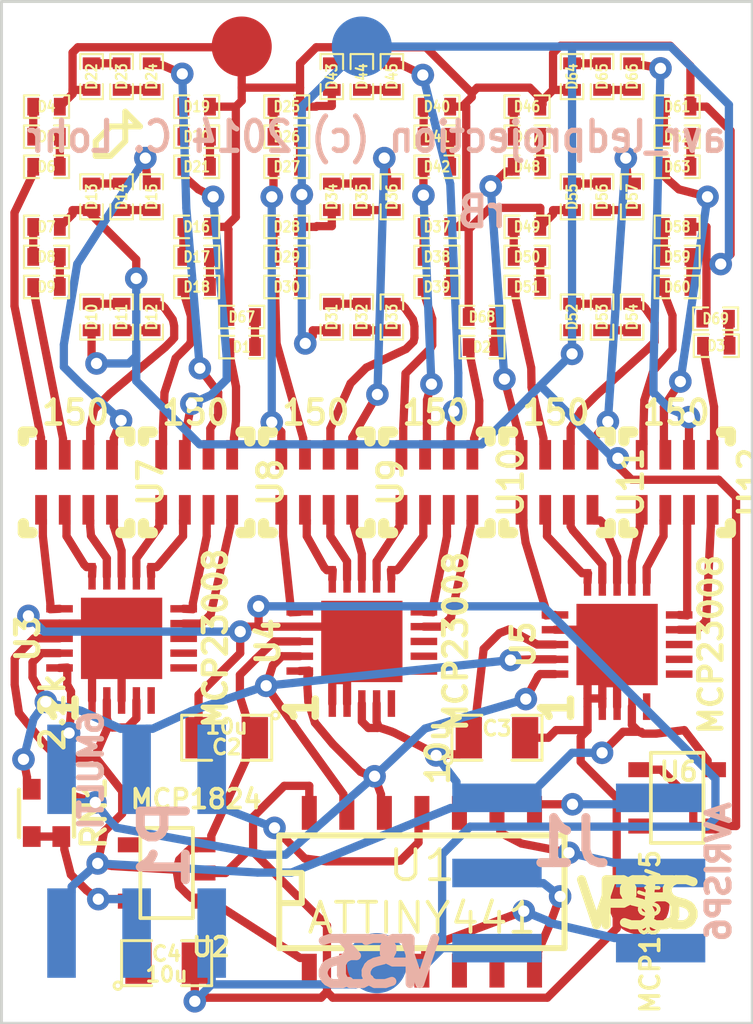
<source format=kicad_pcb>
(kicad_pcb (version 20171130) (host pcbnew "(5.1.12)-1")
  (title_block (title avr_ledprojection) (rev A))
  (layers (0 F.Cu signal) (31 B.Cu signal) (34 B.Paste user hide) (35 F.Paste user hide) (36 B.SilkS user hide) (37 F.SilkS user hide) (38 B.Mask user hide) (39 F.Mask user hide) (44 Edge.Cuts user))
  (net 0 "")
  (net 1 +3.3V)
  (net 2 +5V)
  (net 3 GND)
  (net 4 N-0000010)
  (net 5 N-00000100)
  (net 6 N-00000101)
  (net 7 N-00000102)
  (net 8 N-00000103)
  (net 9 N-00000105)
  (net 10 N-00000106)
  (net 11 N-00000107)
  (net 12 N-00000108)
  (net 13 N-00000109)
  (net 14 N-0000011)
  (net 15 N-00000110)
  (net 16 N-00000111)
  (net 17 N-00000112)
  (net 18 N-00000113)
  (net 19 N-00000114)
  (net 20 N-00000116)
  (net 21 N-00000117)
  (net 22 N-0000012)
  (net 23 N-00000121)
  (net 24 N-00000122)
  (net 25 N-00000123)
  (net 26 N-0000013)
  (net 27 N-0000014)
  (net 28 N-0000015)
  (net 29 N-0000016)
  (net 30 N-0000017)
  (net 31 N-0000018)
  (net 32 N-0000020)
  (net 33 N-0000021)
  (net 34 N-0000022)
  (net 35 N-0000023)
  (net 36 N-0000026)
  (net 37 N-0000027)
  (net 38 N-0000028)
  (net 39 N-0000029)
  (net 40 N-0000030)
  (net 41 N-0000031)
  (net 42 N-0000032)
  (net 43 N-0000033)
  (net 44 N-0000034)
  (net 45 N-0000035)
  (net 46 N-0000036)
  (net 47 N-0000037)
  (net 48 N-0000038)
  (net 49 N-0000039)
  (net 50 N-0000040)
  (net 51 N-0000041)
  (net 52 N-0000042)
  (net 53 N-0000043)
  (net 54 N-0000044)
  (net 55 N-0000045)
  (net 56 N-0000046)
  (net 57 N-0000047)
  (net 58 N-0000048)
  (net 59 N-000005)
  (net 60 N-0000053)
  (net 61 N-0000059)
  (net 62 N-000006)
  (net 63 N-0000060)
  (net 64 N-0000061)
  (net 65 N-0000062)
  (net 66 N-0000065)
  (net 67 N-0000067)
  (net 68 N-0000069)
  (net 69 N-000007)
  (net 70 N-0000070)
  (net 71 N-0000071)
  (net 72 N-0000072)
  (net 73 N-0000073)
  (net 74 N-0000074)
  (net 75 N-0000075)
  (net 76 N-0000076)
  (net 77 N-0000077)
  (net 78 N-0000078)
  (net 79 N-0000079)
  (net 80 N-000008)
  (net 81 N-0000080)
  (net 82 N-0000081)
  (net 83 N-0000082)
  (net 84 N-0000083)
  (net 85 N-0000084)
  (net 86 N-0000085)
  (net 87 N-0000086)
  (net 88 N-0000087)
  (net 89 N-0000088)
  (net 90 N-0000089)
  (net 91 N-000009)
  (net 92 N-0000090)
  (net 93 N-0000091)
  (net 94 N-0000092)
  (net 95 N-0000093)
  (net 96 N-0000094)
  (net 97 N-0000095)
  (net 98 N-0000096)
  (net 99 N-0000097)
  (net 100 N-0000098)
  (net 101 N-0000099)
  (net 102 SCL)
  (net 103 SDA)
  (net 104 VPP)
  (module SO14E (layer F.Cu) (at 79.756 77.216)
    (fp_text reference U1 (at 0 -0.762) (layer F.SilkS) (effects (font (size 1.016 1.143) (thickness 0.127))))
    (fp_text value ATTINY441 (at 0 1.016) (layer F.SilkS) (effects (font (size 1.016 1.016) (thickness 0.127))))
    (pad 1 smd rect (at -3.81 2.794) (size 0.508 1.143) (layers F.Cu F.Paste F.Mask) (net 2 +5V))
    (pad 2 smd rect (at -2.54 2.794) (size 0.508 1.143) (layers F.Cu F.Paste F.Mask))
    (pad 3 smd rect (at -1.27 2.794) (size 0.508 1.143) (layers F.Cu F.Paste F.Mask))
    (pad 4 smd rect (at 0 2.794) (size 0.508 1.143) (layers F.Cu F.Paste F.Mask) (net 66 N-0000065))
    (pad 5 smd rect (at 1.27 2.794) (size 0.508 1.143) (layers F.Cu F.Paste F.Mask))
    (pad 6 smd rect (at 2.54 2.794) (size 0.508 1.143) (layers F.Cu F.Paste F.Mask))
    (pad 7 smd rect (at 3.81 2.794) (size 0.508 1.143) (layers F.Cu F.Paste F.Mask) (net 24 N-00000122))
    (pad 8 smd rect (at 3.81 -2.54) (size 0.508 1.143) (layers F.Cu F.Paste F.Mask) (net 25 N-00000123))
    (pad 9 smd rect (at 2.54 -2.54) (size 0.508 1.143) (layers F.Cu F.Paste F.Mask) (net 67 N-0000067))
    (pad 10 smd rect (at 1.27 -2.54) (size 0.508 1.143) (layers F.Cu F.Paste F.Mask))
    (pad 11 smd rect (at 0 -2.54) (size 0.508 1.143) (layers F.Cu F.Paste F.Mask) (net 23 N-00000121))
    (pad 12 smd rect (at -1.27 -2.54) (size 0.508 1.143) (layers F.Cu F.Paste F.Mask) (net 103 SDA))
    (pad 13 smd rect (at -2.54 -2.54) (size 0.508 1.143) (layers F.Cu F.Paste F.Mask) (net 102 SCL))
    (pad 14 smd rect (at -3.81 -2.54) (size 0.508 1.143) (layers F.Cu F.Paste F.Mask) (net 3 GND))
  )
  (module SM0805 (layer F.Cu) (at 82.296 72.136)
    (fp_text reference C3 (at 0 -0.3175) (layer F.SilkS) (effects (font (size 0.50038 0.50038) (thickness 0.10922))))
    (fp_text value 10u (at -2 0.5 90) (layer F.SilkS) (effects (font (size 0.762 0.762) (thickness 0.1524))))
    (pad 1 smd rect (at -0.9525 0) (size 0.889 1.397) (layers F.Cu F.Paste F.Mask) (net 2 +5V))
    (pad 2 smd rect (at 0.9525 0) (size 0.889 1.397) (layers F.Cu F.Paste F.Mask) (net 3 GND))
  )
  (module SM0805 (layer F.Cu) (at 73.152 72.136 180)
    (fp_text reference C2 (at 0 -0.3175 180) (layer F.SilkS) (effects (font (size 0.50038 0.50038) (thickness 0.10922))))
    (fp_text value 10u (at 0 0.381 180) (layer F.SilkS) (effects (font (size 0.50038 0.50038) (thickness 0.10922))))
    (pad 1 smd rect (at -0.9525 0 180) (size 0.889 1.397) (layers F.Cu F.Paste F.Mask) (net 2 +5V))
    (pad 2 smd rect (at 0.9525 0 180) (size 0.889 1.397) (layers F.Cu F.Paste F.Mask) (net 3 GND))
  )
  (module RIBBON6SMT (layer B.Cu) (at 82.296 74.168 270)
    (fp_text reference J1 (at 1.5 -2.5 180) (layer B.SilkS) (effects (font (size 1.524 1.524) (thickness 0.3048)) (justify mirror)))
    (fp_text value AVRISP6 (at 2.5 -7.5 270) (layer B.SilkS) (effects (font (size 0.762 0.762) (thickness 0.1905)) (justify mirror)))
    (pad 2 smd rect (at 0 0 270) (size 0.9652 3.0226) (layers B.Cu B.Paste B.Mask) (net 2 +5V))
    (pad 4 smd rect (at 2.54 0 270) (size 0.9652 3.0226) (layers B.Cu B.Paste B.Mask) (net 24 N-00000122))
    (pad 6 smd rect (at 5.08 0 270) (size 0.9652 3.0226) (layers B.Cu B.Paste B.Mask) (net 3 GND))
    (pad 1 smd rect (at 0 -5.5372 270) (size 0.9652 3.0226) (layers B.Cu B.Paste B.Mask) (net 25 N-00000123))
    (pad 3 smd rect (at 2.54 -5.5372 270) (size 0.9652 3.0226) (layers B.Cu B.Paste B.Mask) (net 67 N-0000067))
    (pad 5 smd rect (at 5.08 -5.5372 270) (size 0.9652 3.0226) (layers B.Cu B.Paste B.Mask) (net 66 N-0000065))
  )
  (module SM0805 (layer F.Cu) (at 71.12 79.756)
    (fp_text reference C4 (at 0 -0.3175) (layer F.SilkS) (effects (font (size 0.50038 0.50038) (thickness 0.10922))))
    (fp_text value 10u (at 0 0.381) (layer F.SilkS) (effects (font (size 0.50038 0.50038) (thickness 0.10922))))
    (pad 1 smd rect (at -0.9525 0) (size 0.889 1.397) (layers F.Cu F.Paste F.Mask) (net 1 +3.3V))
    (pad 2 smd rect (at 0.9525 0) (size 0.889 1.397) (layers F.Cu F.Paste F.Mask) (net 3 GND))
  )
  (module RIBBON6SMT (layer B.Cu) (at 67.564 78.74)
    (fp_text reference P1 (at 3.5 -3 270) (layer B.SilkS) (effects (font (size 1.524 1.524) (thickness 0.3048)) (justify mirror)))
    (fp_text value 6MULTI (at 1 -5.5 270) (layer B.SilkS) (effects (font (size 0.762 0.762) (thickness 0.1905)) (justify mirror)))
    (pad 2 smd rect (at 0 0) (size 0.9652 3.0226) (layers B.Cu B.Paste B.Mask) (net 2 +5V))
    (pad 4 smd rect (at 2.54 0) (size 0.9652 3.0226) (layers B.Cu B.Paste B.Mask) (net 1 +3.3V))
    (pad 6 smd rect (at 5.08 0) (size 0.9652 3.0226) (layers B.Cu B.Paste B.Mask) (net 3 GND))
    (pad 1 smd rect (at 0 -5.5372) (size 0.9652 3.0226) (layers B.Cu B.Paste B.Mask) (net 103 SDA))
    (pad 3 smd rect (at 2.54 -5.5372) (size 0.9652 3.0226) (layers B.Cu B.Paste B.Mask) (net 102 SCL))
    (pad 5 smd rect (at 5.08 -5.5372) (size 0.9652 3.0226) (layers B.Cu B.Paste B.Mask) (net 23 N-00000121))
  )
  (module .1SMTPIN (layer B.Cu) (at 77.724 48.768)
    (fp_text reference P2 hide)
    (fp_text value VPP hide)
    (pad 1 smd circle (at 0 0) (size 2.032 2.032) (layers B.Cu B.Paste B.Mask) (net 104 VPP))
  )
  (module .1SMTPIN (layer B.Cu) (at 78.232 79.756)
    (fp_text reference P3 (at 0 0) (layer B.SilkS) (effects (font (size 1.524 1.524) (thickness 0.3048)) (justify mirror)))
    (fp_text value VSS (at 0 0) (layer B.SilkS) (effects (font (size 1.524 1.524) (thickness 0.3048)) (justify mirror)))
    (pad 1 smd circle (at 0 0) (size 2.032 2.032) (layers B.Cu B.Paste B.Mask) (net 3 GND))
  )
  (module SOT23-5 (layer F.Cu) (at 71.12 76.708 90)
    (fp_text reference U2 (at -2.5 1.5 180) (layer F.SilkS) (effects (font (size 0.635 0.635) (thickness 0.127))))
    (fp_text value MCP1824 (at 2.5 1 180) (layer F.SilkS) (effects (font (size 0.635 0.635) (thickness 0.127))))
    (pad 1 smd rect (at -0.9525 1.27 90) (size 0.508 0.762) (layers F.Cu F.Paste F.Mask) (net 2 +5V))
    (pad 3 smd rect (at 0.9525 1.27 90) (size 0.508 0.762) (layers F.Cu F.Paste F.Mask) (net 2 +5V))
    (pad 5 smd rect (at -0.9525 -1.27 90) (size 0.508 0.762) (layers F.Cu F.Paste F.Mask) (net 1 +3.3V))
    (pad 2 smd rect (at 0 1.27 90) (size 0.508 0.762) (layers F.Cu F.Paste F.Mask) (net 3 GND))
    (pad 4 smd rect (at 0.9525 -1.27 90) (size 0.508 0.762) (layers F.Cu F.Paste F.Mask))
  )
  (module .1SMTPIN (layer F.Cu) (at 73.66 48.768)
    (fp_text reference P4 hide)
    (fp_text value VPP hide)
    (pad 1 smd circle (at 0 0) (size 2.032 2.032) (layers F.Cu F.Paste F.Mask) (net 104 VPP))
  )
  (module .1SMTPIN (layer F.Cu) (at 87.116 77.768)
    (fp_text reference P5 (at 0 0) (layer F.SilkS) (effects (font (size 1.524 1.524) (thickness 0.3048))))
    (fp_text value VSS (at 0 0) (layer F.SilkS) (effects (font (size 1.524 1.524) (thickness 0.3048))))
    (pad 1 smd circle (at 0 0) (size 2.032 2.032) (layers F.Cu F.Paste F.Mask) (net 3 GND))
  )
  (module SOT23-5 (layer F.Cu) (at 88.392 74.168 270)
    (fp_text reference U6 (at -0.889 -0.0508) (layer F.SilkS) (effects (font (size 0.635 0.635) (thickness 0.127))))
    (fp_text value MCP1804v5 (at 4.5212 0.9144 270) (layer F.SilkS) (effects (font (size 0.635 0.635) (thickness 0.127))))
    (pad 1 smd rect (at -0.9525 1.27 270) (size 0.508 0.762) (layers F.Cu F.Paste F.Mask) (net 104 VPP))
    (pad 3 smd rect (at 0.9525 1.27 270) (size 0.508 0.762) (layers F.Cu F.Paste F.Mask))
    (pad 5 smd rect (at -0.9525 -1.27 270) (size 0.508 0.762) (layers F.Cu F.Paste F.Mask) (net 2 +5V))
    (pad 2 smd rect (at 0 1.27 270) (size 0.508 0.762) (layers F.Cu F.Paste F.Mask) (net 3 GND))
    (pad 4 smd rect (at 0.9525 -1.27 270) (size 0.508 0.762) (layers F.Cu F.Paste F.Mask) (net 104 VPP))
  )
  (module NETWORK1206 (layer F.Cu) (at 68.072 63.5)
    (fp_text reference U7 (at 2.5 0 90) (layer F.SilkS) (effects (font (size 0.8128 0.7874) (thickness 0.1524))))
    (fp_text value 150 (at -0.033 -2.356) (layer F.SilkS) (effects (font (size 0.8128 0.7874) (thickness 0.1524))))
    (pad 1 smd rect (at -1.2 0.93) (size 0.4 1) (layers F.Cu F.Paste F.Mask) (net 31 N-0000018))
    (pad 2 smd rect (at -0.4 0.93) (size 0.4 1) (layers F.Cu F.Paste F.Mask) (net 27 N-0000014))
    (pad 3 smd rect (at 0.4 0.93) (size 0.4 1) (layers F.Cu F.Paste F.Mask) (net 30 N-0000017))
    (pad 4 smd rect (at 1.2 0.93) (size 0.4 1) (layers F.Cu F.Paste F.Mask) (net 29 N-0000016))
    (pad 5 smd rect (at 1.2 -0.93) (size 0.4 1) (layers F.Cu F.Paste F.Mask) (net 69 N-000007))
    (pad 6 smd rect (at 0.4 -0.93) (size 0.4 1) (layers F.Cu F.Paste F.Mask) (net 62 N-000006))
    (pad 7 smd rect (at -0.4 -0.93) (size 0.4 1) (layers F.Cu F.Paste F.Mask) (net 44 N-0000034))
    (pad 8 smd rect (at -1.2 -0.93) (size 0.4 1) (layers F.Cu F.Paste F.Mask) (net 43 N-0000033))
  )
  (module NETWORK1206 (layer F.Cu) (at 72.136 63.5)
    (fp_text reference U8 (at 2.5 0 90) (layer F.SilkS) (effects (font (size 0.8128 0.7874) (thickness 0.1524))))
    (fp_text value 150 (at -0.033 -2.356) (layer F.SilkS) (effects (font (size 0.8128 0.7874) (thickness 0.1524))))
    (pad 1 smd rect (at -1.2 0.93) (size 0.4 1) (layers F.Cu F.Paste F.Mask) (net 28 N-0000015))
    (pad 2 smd rect (at -0.4 0.93) (size 0.4 1) (layers F.Cu F.Paste F.Mask) (net 34 N-0000022))
    (pad 3 smd rect (at 0.4 0.93) (size 0.4 1) (layers F.Cu F.Paste F.Mask) (net 33 N-0000021))
    (pad 4 smd rect (at 1.2 0.93) (size 0.4 1) (layers F.Cu F.Paste F.Mask) (net 32 N-0000020))
    (pad 5 smd rect (at 1.2 -0.93) (size 0.4 1) (layers F.Cu F.Paste F.Mask) (net 4 N-0000010))
    (pad 6 smd rect (at 0.4 -0.93) (size 0.4 1) (layers F.Cu F.Paste F.Mask) (net 91 N-000009))
    (pad 7 smd rect (at -0.4 -0.93) (size 0.4 1) (layers F.Cu F.Paste F.Mask) (net 80 N-000008))
    (pad 8 smd rect (at -1.2 -0.93) (size 0.4 1) (layers F.Cu F.Paste F.Mask) (net 45 N-0000035))
  )
  (module NETWORK1206 (layer F.Cu) (at 76.2 63.5)
    (fp_text reference U9 (at 2.5 0 90) (layer F.SilkS) (effects (font (size 0.8128 0.7874) (thickness 0.1524))))
    (fp_text value 150 (at -0.033 -2.356) (layer F.SilkS) (effects (font (size 0.8128 0.7874) (thickness 0.1524))))
    (pad 1 smd rect (at -1.2 0.93) (size 0.4 1) (layers F.Cu F.Paste F.Mask) (net 60 N-0000053))
    (pad 2 smd rect (at -0.4 0.93) (size 0.4 1) (layers F.Cu F.Paste F.Mask) (net 58 N-0000048))
    (pad 3 smd rect (at 0.4 0.93) (size 0.4 1) (layers F.Cu F.Paste F.Mask) (net 57 N-0000047))
    (pad 4 smd rect (at 1.2 0.93) (size 0.4 1) (layers F.Cu F.Paste F.Mask) (net 56 N-0000046))
    (pad 5 smd rect (at 1.2 -0.93) (size 0.4 1) (layers F.Cu F.Paste F.Mask) (net 26 N-0000013))
    (pad 6 smd rect (at 0.4 -0.93) (size 0.4 1) (layers F.Cu F.Paste F.Mask) (net 22 N-0000012))
    (pad 7 smd rect (at -0.4 -0.93) (size 0.4 1) (layers F.Cu F.Paste F.Mask) (net 59 N-000005))
    (pad 8 smd rect (at -1.2 -0.93) (size 0.4 1) (layers F.Cu F.Paste F.Mask) (net 14 N-0000011))
  )
  (module NETWORK1206 (layer F.Cu) (at 80.264 63.5)
    (fp_text reference U10 (at 2.5 0 90) (layer F.SilkS) (effects (font (size 0.8128 0.7874) (thickness 0.1524))))
    (fp_text value 150 (at -0.033 -2.356) (layer F.SilkS) (effects (font (size 0.8128 0.7874) (thickness 0.1524))))
    (pad 1 smd rect (at -1.2 0.93) (size 0.4 1) (layers F.Cu F.Paste F.Mask) (net 46 N-0000036))
    (pad 2 smd rect (at -0.4 0.93) (size 0.4 1) (layers F.Cu F.Paste F.Mask) (net 47 N-0000037))
    (pad 3 smd rect (at 0.4 0.93) (size 0.4 1) (layers F.Cu F.Paste F.Mask) (net 48 N-0000038))
    (pad 4 smd rect (at 1.2 0.93) (size 0.4 1) (layers F.Cu F.Paste F.Mask) (net 49 N-0000039))
    (pad 5 smd rect (at 1.2 -0.93) (size 0.4 1) (layers F.Cu F.Paste F.Mask) (net 21 N-00000117))
    (pad 6 smd rect (at 0.4 -0.93) (size 0.4 1) (layers F.Cu F.Paste F.Mask) (net 13 N-00000109))
    (pad 7 smd rect (at -0.4 -0.93) (size 0.4 1) (layers F.Cu F.Paste F.Mask) (net 10 N-00000106))
    (pad 8 smd rect (at -1.2 -0.93) (size 0.4 1) (layers F.Cu F.Paste F.Mask) (net 38 N-0000028))
  )
  (module NETWORK1206 (layer F.Cu) (at 84.328 63.5)
    (fp_text reference U11 (at 2.5 0 90) (layer F.SilkS) (effects (font (size 0.8128 0.7874) (thickness 0.1524))))
    (fp_text value 150 (at -0.033 -2.356) (layer F.SilkS) (effects (font (size 0.8128 0.7874) (thickness 0.1524))))
    (pad 1 smd rect (at -1.2 0.93) (size 0.4 1) (layers F.Cu F.Paste F.Mask) (net 39 N-0000029))
    (pad 2 smd rect (at -0.4 0.93) (size 0.4 1) (layers F.Cu F.Paste F.Mask) (net 50 N-0000040))
    (pad 3 smd rect (at 0.4 0.93) (size 0.4 1) (layers F.Cu F.Paste F.Mask) (net 53 N-0000043))
    (pad 4 smd rect (at 1.2 0.93) (size 0.4 1) (layers F.Cu F.Paste F.Mask) (net 52 N-0000042))
    (pad 5 smd rect (at 1.2 -0.93) (size 0.4 1) (layers F.Cu F.Paste F.Mask) (net 77 N-0000077))
    (pad 6 smd rect (at 0.4 -0.93) (size 0.4 1) (layers F.Cu F.Paste F.Mask) (net 74 N-0000074))
    (pad 7 smd rect (at -0.4 -0.93) (size 0.4 1) (layers F.Cu F.Paste F.Mask) (net 71 N-0000071))
    (pad 8 smd rect (at -1.2 -0.93) (size 0.4 1) (layers F.Cu F.Paste F.Mask) (net 17 N-00000112))
  )
  (module NETWORK1206 (layer F.Cu) (at 88.392 63.5)
    (fp_text reference U12 (at 2.5 0 90) (layer F.SilkS) (effects (font (size 0.8128 0.7874) (thickness 0.1524))))
    (fp_text value 150 (at -0.033 -2.356) (layer F.SilkS) (effects (font (size 0.8128 0.7874) (thickness 0.1524))))
    (pad 1 smd rect (at -1.2 0.93) (size 0.4 1) (layers F.Cu F.Paste F.Mask) (net 51 N-0000041))
    (pad 2 smd rect (at -0.4 0.93) (size 0.4 1) (layers F.Cu F.Paste F.Mask) (net 40 N-0000030))
    (pad 3 smd rect (at 0.4 0.93) (size 0.4 1) (layers F.Cu F.Paste F.Mask) (net 41 N-0000031))
    (pad 4 smd rect (at 1.2 0.93) (size 0.4 1) (layers F.Cu F.Paste F.Mask) (net 42 N-0000032))
    (pad 5 smd rect (at 1.2 -0.93) (size 0.4 1) (layers F.Cu F.Paste F.Mask) (net 20 N-00000116))
    (pad 6 smd rect (at 0.4 -0.93) (size 0.4 1) (layers F.Cu F.Paste F.Mask) (net 65 N-0000062))
    (pad 7 smd rect (at -0.4 -0.93) (size 0.4 1) (layers F.Cu F.Paste F.Mask) (net 61 N-0000059))
    (pad 8 smd rect (at -1.2 -0.93) (size 0.4 1) (layers F.Cu F.Paste F.Mask) (net 81 N-0000080))
  )
  (module SM0402 (layer F.Cu) (at 67.056 50.8 180)
    (fp_text reference D4 (at 0 0 180) (layer F.SilkS) (effects (font (size 0.35052 0.3048) (thickness 0.07112))))
    (fp_text value LED hide)
    (pad 1 smd rect (at -0.44958 0 180) (size 0.39878 0.59944) (layers F.Cu F.Paste F.Mask) (net 104 VPP))
    (pad 2 smd rect (at 0.44958 0 180) (size 0.39878 0.59944) (layers F.Cu F.Paste F.Mask) (net 70 N-0000070))
  )
  (module SM0402 (layer F.Cu) (at 67.056 54.864 180)
    (fp_text reference D7 (at 0 0 180) (layer F.SilkS) (effects (font (size 0.35052 0.3048) (thickness 0.07112))))
    (fp_text value LED hide)
    (pad 1 smd rect (at -0.44958 0 180) (size 0.39878 0.59944) (layers F.Cu F.Paste F.Mask) (net 104 VPP))
    (pad 2 smd rect (at 0.44958 0 180) (size 0.39878 0.59944) (layers F.Cu F.Paste F.Mask) (net 95 N-0000093))
  )
  (module SM0402 (layer F.Cu) (at 83.312 50.8 180)
    (fp_text reference D46 (at 0 0 180) (layer F.SilkS) (effects (font (size 0.35052 0.3048) (thickness 0.07112))))
    (fp_text value LED hide)
    (pad 1 smd rect (at -0.44958 0 180) (size 0.39878 0.59944) (layers F.Cu F.Paste F.Mask) (net 104 VPP))
    (pad 2 smd rect (at 0.44958 0 180) (size 0.39878 0.59944) (layers F.Cu F.Paste F.Mask) (net 15 N-00000110))
  )
  (module SM0402 (layer F.Cu) (at 86.868 57.912 90)
    (fp_text reference D54 (at 0 0 90) (layer F.SilkS) (effects (font (size 0.35052 0.3048) (thickness 0.07112))))
    (fp_text value LED hide)
    (pad 1 smd rect (at -0.44958 0 90) (size 0.39878 0.59944) (layers F.Cu F.Paste F.Mask) (net 73 N-0000073))
    (pad 2 smd rect (at 0.44958 0 90) (size 0.39878 0.59944) (layers F.Cu F.Paste F.Mask) (net 74 N-0000074))
  )
  (module SM0402 (layer F.Cu) (at 85.852 57.912 270)
    (fp_text reference D53 (at 0 0 270) (layer F.SilkS) (effects (font (size 0.35052 0.3048) (thickness 0.07112))))
    (fp_text value LED hide)
    (pad 1 smd rect (at -0.44958 0 270) (size 0.39878 0.59944) (layers F.Cu F.Paste F.Mask) (net 72 N-0000072))
    (pad 2 smd rect (at 0.44958 0 270) (size 0.39878 0.59944) (layers F.Cu F.Paste F.Mask) (net 73 N-0000073))
  )
  (module SM0402 (layer F.Cu) (at 84.836 57.912 90)
    (fp_text reference D52 (at 0 0 90) (layer F.SilkS) (effects (font (size 0.35052 0.3048) (thickness 0.07112))))
    (fp_text value LED hide)
    (pad 1 smd rect (at -0.44958 0 90) (size 0.39878 0.59944) (layers F.Cu F.Paste F.Mask) (net 104 VPP))
    (pad 2 smd rect (at 0.44958 0 90) (size 0.39878 0.59944) (layers F.Cu F.Paste F.Mask) (net 72 N-0000072))
  )
  (module SM0402 (layer F.Cu) (at 83.312 56.896 180)
    (fp_text reference D51 (at 0 0 180) (layer F.SilkS) (effects (font (size 0.35052 0.3048) (thickness 0.07112))))
    (fp_text value LED hide)
    (pad 1 smd rect (at -0.44958 0 180) (size 0.39878 0.59944) (layers F.Cu F.Paste F.Mask) (net 19 N-00000114))
    (pad 2 smd rect (at 0.44958 0 180) (size 0.39878 0.59944) (layers F.Cu F.Paste F.Mask) (net 71 N-0000071))
  )
  (module SM0402 (layer F.Cu) (at 83.312 55.88)
    (fp_text reference D50 (at 0 0) (layer F.SilkS) (effects (font (size 0.35052 0.3048) (thickness 0.07112))))
    (fp_text value LED hide)
    (pad 1 smd rect (at -0.44958 0) (size 0.39878 0.59944) (layers F.Cu F.Paste F.Mask) (net 18 N-00000113))
    (pad 2 smd rect (at 0.44958 0) (size 0.39878 0.59944) (layers F.Cu F.Paste F.Mask) (net 19 N-00000114))
  )
  (module SM0402 (layer F.Cu) (at 83.312 54.864 180)
    (fp_text reference D49 (at 0 0 180) (layer F.SilkS) (effects (font (size 0.35052 0.3048) (thickness 0.07112))))
    (fp_text value LED hide)
    (pad 1 smd rect (at -0.44958 0 180) (size 0.39878 0.59944) (layers F.Cu F.Paste F.Mask) (net 104 VPP))
    (pad 2 smd rect (at 0.44958 0 180) (size 0.39878 0.59944) (layers F.Cu F.Paste F.Mask) (net 18 N-00000113))
  )
  (module SM0402 (layer F.Cu) (at 83.312 52.832 180)
    (fp_text reference D48 (at 0 0 180) (layer F.SilkS) (effects (font (size 0.35052 0.3048) (thickness 0.07112))))
    (fp_text value LED hide)
    (pad 1 smd rect (at -0.44958 0 180) (size 0.39878 0.59944) (layers F.Cu F.Paste F.Mask) (net 16 N-00000111))
    (pad 2 smd rect (at 0.44958 0 180) (size 0.39878 0.59944) (layers F.Cu F.Paste F.Mask) (net 17 N-00000112))
  )
  (module SM0402 (layer F.Cu) (at 83.312 51.816)
    (fp_text reference D47 (at 0 0) (layer F.SilkS) (effects (font (size 0.35052 0.3048) (thickness 0.07112))))
    (fp_text value LED hide)
    (pad 1 smd rect (at -0.44958 0) (size 0.39878 0.59944) (layers F.Cu F.Paste F.Mask) (net 15 N-00000110))
    (pad 2 smd rect (at 0.44958 0) (size 0.39878 0.59944) (layers F.Cu F.Paste F.Mask) (net 16 N-00000111))
  )
  (module SM0402 (layer F.Cu) (at 85.852 53.848 270)
    (fp_text reference D56 (at 0 0 270) (layer F.SilkS) (effects (font (size 0.35052 0.3048) (thickness 0.07112))))
    (fp_text value LED hide)
    (pad 1 smd rect (at -0.44958 0 270) (size 0.39878 0.59944) (layers F.Cu F.Paste F.Mask) (net 75 N-0000075))
    (pad 2 smd rect (at 0.44958 0 270) (size 0.39878 0.59944) (layers F.Cu F.Paste F.Mask) (net 76 N-0000076))
  )
  (module SM0402 (layer F.Cu) (at 78.74 49.784 90)
    (fp_text reference D45 (at 0 0 90) (layer F.SilkS) (effects (font (size 0.35052 0.3048) (thickness 0.07112))))
    (fp_text value LED hide)
    (pad 1 smd rect (at -0.44958 0 90) (size 0.39878 0.59944) (layers F.Cu F.Paste F.Mask) (net 12 N-00000108))
    (pad 2 smd rect (at 0.44958 0 90) (size 0.39878 0.59944) (layers F.Cu F.Paste F.Mask) (net 13 N-00000109))
  )
  (module SM0402 (layer F.Cu) (at 77.724 49.784 270)
    (fp_text reference D44 (at 0 0 270) (layer F.SilkS) (effects (font (size 0.35052 0.3048) (thickness 0.07112))))
    (fp_text value LED hide)
    (pad 1 smd rect (at -0.44958 0 270) (size 0.39878 0.59944) (layers F.Cu F.Paste F.Mask) (net 11 N-00000107))
    (pad 2 smd rect (at 0.44958 0 270) (size 0.39878 0.59944) (layers F.Cu F.Paste F.Mask) (net 12 N-00000108))
  )
  (module SM0402 (layer F.Cu) (at 76.708 49.784 90)
    (fp_text reference D43 (at 0 0 90) (layer F.SilkS) (effects (font (size 0.35052 0.3048) (thickness 0.07112))))
    (fp_text value LED hide)
    (pad 1 smd rect (at -0.44958 0 90) (size 0.39878 0.59944) (layers F.Cu F.Paste F.Mask) (net 104 VPP))
    (pad 2 smd rect (at 0.44958 0 90) (size 0.39878 0.59944) (layers F.Cu F.Paste F.Mask) (net 11 N-00000107))
  )
  (module SM0402 (layer F.Cu) (at 80.264 52.832 180)
    (fp_text reference D42 (at 0 0 180) (layer F.SilkS) (effects (font (size 0.35052 0.3048) (thickness 0.07112))))
    (fp_text value LED hide)
    (pad 1 smd rect (at -0.44958 0 180) (size 0.39878 0.59944) (layers F.Cu F.Paste F.Mask) (net 93 N-0000091))
    (pad 2 smd rect (at 0.44958 0 180) (size 0.39878 0.59944) (layers F.Cu F.Paste F.Mask) (net 10 N-00000106))
  )
  (module SM0402 (layer F.Cu) (at 80.264 51.816)
    (fp_text reference D41 (at 0 0) (layer F.SilkS) (effects (font (size 0.35052 0.3048) (thickness 0.07112))))
    (fp_text value LED hide)
    (pad 1 smd rect (at -0.44958 0) (size 0.39878 0.59944) (layers F.Cu F.Paste F.Mask) (net 9 N-00000105))
    (pad 2 smd rect (at 0.44958 0) (size 0.39878 0.59944) (layers F.Cu F.Paste F.Mask) (net 93 N-0000091))
  )
  (module SM0402 (layer F.Cu) (at 80.264 50.8 180)
    (fp_text reference D40 (at 0 0 180) (layer F.SilkS) (effects (font (size 0.35052 0.3048) (thickness 0.07112))))
    (fp_text value LED hide)
    (pad 1 smd rect (at -0.44958 0 180) (size 0.39878 0.59944) (layers F.Cu F.Paste F.Mask) (net 104 VPP))
    (pad 2 smd rect (at 0.44958 0 180) (size 0.39878 0.59944) (layers F.Cu F.Paste F.Mask) (net 9 N-00000105))
  )
  (module SM0402 (layer F.Cu) (at 89.7164 58.8827 180)
    (fp_text reference D3 (at 0 0 180) (layer F.SilkS) (effects (font (size 0.35052 0.3048) (thickness 0.07112))))
    (fp_text value LED hide)
    (pad 1 smd rect (at -0.44958 0 180) (size 0.39878 0.59944) (layers F.Cu F.Paste F.Mask) (net 35 N-0000023))
    (pad 2 smd rect (at 0.44958 0 180) (size 0.39878 0.59944) (layers F.Cu F.Paste F.Mask) (net 20 N-00000116))
  )
  (module SM0402 (layer F.Cu) (at 81.788 58.928 180)
    (fp_text reference D2 (at 0 0 180) (layer F.SilkS) (effects (font (size 0.35052 0.3048) (thickness 0.07112))))
    (fp_text value LED hide)
    (pad 1 smd rect (at -0.44958 0 180) (size 0.39878 0.59944) (layers F.Cu F.Paste F.Mask) (net 36 N-0000026))
    (pad 2 smd rect (at 0.44958 0 180) (size 0.39878 0.59944) (layers F.Cu F.Paste F.Mask) (net 21 N-00000117))
  )
  (module SM0402 (layer F.Cu) (at 73.66 58.928 180)
    (fp_text reference D1 (at 0 0 180) (layer F.SilkS) (effects (font (size 0.35052 0.3048) (thickness 0.07112))))
    (fp_text value LED hide)
    (pad 1 smd rect (at -0.44958 0 180) (size 0.39878 0.59944) (layers F.Cu F.Paste F.Mask) (net 37 N-0000027))
    (pad 2 smd rect (at 0.44958 0 180) (size 0.39878 0.59944) (layers F.Cu F.Paste F.Mask) (net 4 N-0000010))
  )
  (module SM0402 (layer F.Cu) (at 86.868 49.784 90)
    (fp_text reference D66 (at 0 0 90) (layer F.SilkS) (effects (font (size 0.35052 0.3048) (thickness 0.07112))))
    (fp_text value LED hide)
    (pad 1 smd rect (at -0.44958 0 90) (size 0.39878 0.59944) (layers F.Cu F.Paste F.Mask) (net 64 N-0000061))
    (pad 2 smd rect (at 0.44958 0 90) (size 0.39878 0.59944) (layers F.Cu F.Paste F.Mask) (net 65 N-0000062))
  )
  (module SM0402 (layer F.Cu) (at 85.852 49.784 270)
    (fp_text reference D65 (at 0 0 270) (layer F.SilkS) (effects (font (size 0.35052 0.3048) (thickness 0.07112))))
    (fp_text value LED hide)
    (pad 1 smd rect (at -0.44958 0 270) (size 0.39878 0.59944) (layers F.Cu F.Paste F.Mask) (net 63 N-0000060))
    (pad 2 smd rect (at 0.44958 0 270) (size 0.39878 0.59944) (layers F.Cu F.Paste F.Mask) (net 64 N-0000061))
  )
  (module SM0402 (layer F.Cu) (at 84.836 49.784 90)
    (fp_text reference D64 (at 0 0 90) (layer F.SilkS) (effects (font (size 0.35052 0.3048) (thickness 0.07112))))
    (fp_text value LED hide)
    (pad 1 smd rect (at -0.44958 0 90) (size 0.39878 0.59944) (layers F.Cu F.Paste F.Mask) (net 104 VPP))
    (pad 2 smd rect (at 0.44958 0 90) (size 0.39878 0.59944) (layers F.Cu F.Paste F.Mask) (net 63 N-0000060))
  )
  (module SM0402 (layer F.Cu) (at 84.836 53.848 90)
    (fp_text reference D55 (at 0 0 90) (layer F.SilkS) (effects (font (size 0.35052 0.3048) (thickness 0.07112))))
    (fp_text value LED hide)
    (pad 1 smd rect (at -0.44958 0 90) (size 0.39878 0.59944) (layers F.Cu F.Paste F.Mask) (net 104 VPP))
    (pad 2 smd rect (at 0.44958 0 90) (size 0.39878 0.59944) (layers F.Cu F.Paste F.Mask) (net 75 N-0000075))
  )
  (module SM0402 (layer F.Cu) (at 88.392 52.832 180)
    (fp_text reference D63 (at 0 0 180) (layer F.SilkS) (effects (font (size 0.35052 0.3048) (thickness 0.07112))))
    (fp_text value LED hide)
    (pad 1 smd rect (at -0.44958 0 180) (size 0.39878 0.59944) (layers F.Cu F.Paste F.Mask) (net 83 N-0000082))
    (pad 2 smd rect (at 0.44958 0 180) (size 0.39878 0.59944) (layers F.Cu F.Paste F.Mask) (net 61 N-0000059))
  )
  (module SM0402 (layer F.Cu) (at 88.392 51.816)
    (fp_text reference D62 (at 0 0) (layer F.SilkS) (effects (font (size 0.35052 0.3048) (thickness 0.07112))))
    (fp_text value LED hide)
    (pad 1 smd rect (at -0.44958 0) (size 0.39878 0.59944) (layers F.Cu F.Paste F.Mask) (net 82 N-0000081))
    (pad 2 smd rect (at 0.44958 0) (size 0.39878 0.59944) (layers F.Cu F.Paste F.Mask) (net 83 N-0000082))
  )
  (module SM0402 (layer F.Cu) (at 88.392 50.8 180)
    (fp_text reference D61 (at 0 0 180) (layer F.SilkS) (effects (font (size 0.35052 0.3048) (thickness 0.07112))))
    (fp_text value LED hide)
    (pad 1 smd rect (at -0.44958 0 180) (size 0.39878 0.59944) (layers F.Cu F.Paste F.Mask) (net 104 VPP))
    (pad 2 smd rect (at 0.44958 0 180) (size 0.39878 0.59944) (layers F.Cu F.Paste F.Mask) (net 82 N-0000081))
  )
  (module SM0402 (layer F.Cu) (at 88.392 56.896 180)
    (fp_text reference D60 (at 0 0 180) (layer F.SilkS) (effects (font (size 0.35052 0.3048) (thickness 0.07112))))
    (fp_text value LED hide)
    (pad 1 smd rect (at -0.44958 0 180) (size 0.39878 0.59944) (layers F.Cu F.Paste F.Mask) (net 79 N-0000079))
    (pad 2 smd rect (at 0.44958 0 180) (size 0.39878 0.59944) (layers F.Cu F.Paste F.Mask) (net 81 N-0000080))
  )
  (module SM0402 (layer F.Cu) (at 88.392 55.88)
    (fp_text reference D59 (at 0 0) (layer F.SilkS) (effects (font (size 0.35052 0.3048) (thickness 0.07112))))
    (fp_text value LED hide)
    (pad 1 smd rect (at -0.44958 0) (size 0.39878 0.59944) (layers F.Cu F.Paste F.Mask) (net 78 N-0000078))
    (pad 2 smd rect (at 0.44958 0) (size 0.39878 0.59944) (layers F.Cu F.Paste F.Mask) (net 79 N-0000079))
  )
  (module SM0402 (layer F.Cu) (at 88.392 54.864 180)
    (fp_text reference D58 (at 0 0 180) (layer F.SilkS) (effects (font (size 0.35052 0.3048) (thickness 0.07112))))
    (fp_text value LED hide)
    (pad 1 smd rect (at -0.44958 0 180) (size 0.39878 0.59944) (layers F.Cu F.Paste F.Mask) (net 104 VPP))
    (pad 2 smd rect (at 0.44958 0 180) (size 0.39878 0.59944) (layers F.Cu F.Paste F.Mask) (net 78 N-0000078))
  )
  (module SM0402 (layer F.Cu) (at 86.868 53.848 90)
    (fp_text reference D57 (at 0 0 90) (layer F.SilkS) (effects (font (size 0.35052 0.3048) (thickness 0.07112))))
    (fp_text value LED hide)
    (pad 1 smd rect (at -0.44958 0 90) (size 0.39878 0.59944) (layers F.Cu F.Paste F.Mask) (net 76 N-0000076))
    (pad 2 smd rect (at 0.44958 0 90) (size 0.39878 0.59944) (layers F.Cu F.Paste F.Mask) (net 77 N-0000077))
  )
  (module SM0402 (layer F.Cu) (at 68.58 53.848 90)
    (fp_text reference D13 (at 0 0 90) (layer F.SilkS) (effects (font (size 0.35052 0.3048) (thickness 0.07112))))
    (fp_text value LED hide)
    (pad 1 smd rect (at -0.44958 0 90) (size 0.39878 0.59944) (layers F.Cu F.Paste F.Mask) (net 104 VPP))
    (pad 2 smd rect (at 0.44958 0 90) (size 0.39878 0.59944) (layers F.Cu F.Paste F.Mask) (net 99 N-0000097))
  )
  (module SM0402 (layer F.Cu) (at 72.136 52.832 180)
    (fp_text reference D21 (at 0 0 180) (layer F.SilkS) (effects (font (size 0.35052 0.3048) (thickness 0.07112))))
    (fp_text value LED hide)
    (pad 1 smd rect (at -0.44958 0 180) (size 0.39878 0.59944) (layers F.Cu F.Paste F.Mask) (net 5 N-00000100))
    (pad 2 smd rect (at 0.44958 0 180) (size 0.39878 0.59944) (layers F.Cu F.Paste F.Mask) (net 80 N-000008))
  )
  (module SM0402 (layer F.Cu) (at 72.136 51.816)
    (fp_text reference D20 (at 0 0) (layer F.SilkS) (effects (font (size 0.35052 0.3048) (thickness 0.07112))))
    (fp_text value LED hide)
    (pad 1 smd rect (at -0.44958 0) (size 0.39878 0.59944) (layers F.Cu F.Paste F.Mask) (net 6 N-00000101))
    (pad 2 smd rect (at 0.44958 0) (size 0.39878 0.59944) (layers F.Cu F.Paste F.Mask) (net 5 N-00000100))
  )
  (module SM0402 (layer F.Cu) (at 72.136 50.8 180)
    (fp_text reference D19 (at 0 0 180) (layer F.SilkS) (effects (font (size 0.35052 0.3048) (thickness 0.07112))))
    (fp_text value LED hide)
    (pad 1 smd rect (at -0.44958 0 180) (size 0.39878 0.59944) (layers F.Cu F.Paste F.Mask) (net 104 VPP))
    (pad 2 smd rect (at 0.44958 0 180) (size 0.39878 0.59944) (layers F.Cu F.Paste F.Mask) (net 6 N-00000101))
  )
  (module SM0402 (layer F.Cu) (at 72.136 56.896 180)
    (fp_text reference D18 (at 0 0 180) (layer F.SilkS) (effects (font (size 0.35052 0.3048) (thickness 0.07112))))
    (fp_text value LED hide)
    (pad 1 smd rect (at -0.44958 0 180) (size 0.39878 0.59944) (layers F.Cu F.Paste F.Mask) (net 100 N-0000098))
    (pad 2 smd rect (at 0.44958 0 180) (size 0.39878 0.59944) (layers F.Cu F.Paste F.Mask) (net 45 N-0000035))
  )
  (module SM0402 (layer F.Cu) (at 72.136 55.88)
    (fp_text reference D17 (at 0 0) (layer F.SilkS) (effects (font (size 0.35052 0.3048) (thickness 0.07112))))
    (fp_text value LED hide)
    (pad 1 smd rect (at -0.44958 0) (size 0.39878 0.59944) (layers F.Cu F.Paste F.Mask) (net 101 N-0000099))
    (pad 2 smd rect (at 0.44958 0) (size 0.39878 0.59944) (layers F.Cu F.Paste F.Mask) (net 100 N-0000098))
  )
  (module SM0402 (layer F.Cu) (at 72.136 54.864 180)
    (fp_text reference D16 (at 0 0 180) (layer F.SilkS) (effects (font (size 0.35052 0.3048) (thickness 0.07112))))
    (fp_text value LED hide)
    (pad 1 smd rect (at -0.44958 0 180) (size 0.39878 0.59944) (layers F.Cu F.Paste F.Mask) (net 104 VPP))
    (pad 2 smd rect (at 0.44958 0 180) (size 0.39878 0.59944) (layers F.Cu F.Paste F.Mask) (net 101 N-0000099))
  )
  (module SM0402 (layer F.Cu) (at 70.612 53.848 90)
    (fp_text reference D15 (at 0 0 90) (layer F.SilkS) (effects (font (size 0.35052 0.3048) (thickness 0.07112))))
    (fp_text value LED hide)
    (pad 1 smd rect (at -0.44958 0 90) (size 0.39878 0.59944) (layers F.Cu F.Paste F.Mask) (net 98 N-0000096))
    (pad 2 smd rect (at 0.44958 0 90) (size 0.39878 0.59944) (layers F.Cu F.Paste F.Mask) (net 69 N-000007))
  )
  (module SM0402 (layer F.Cu) (at 69.596 53.848 270)
    (fp_text reference D14 (at 0 0 270) (layer F.SilkS) (effects (font (size 0.35052 0.3048) (thickness 0.07112))))
    (fp_text value LED hide)
    (pad 1 smd rect (at -0.44958 0 270) (size 0.39878 0.59944) (layers F.Cu F.Paste F.Mask) (net 99 N-0000097))
    (pad 2 smd rect (at 0.44958 0 270) (size 0.39878 0.59944) (layers F.Cu F.Paste F.Mask) (net 98 N-0000096))
  )
  (module SM0402 (layer F.Cu) (at 70.612 57.912 90)
    (fp_text reference D12 (at 0 0 90) (layer F.SilkS) (effects (font (size 0.35052 0.3048) (thickness 0.07112))))
    (fp_text value LED hide)
    (pad 1 smd rect (at -0.44958 0 90) (size 0.39878 0.59944) (layers F.Cu F.Paste F.Mask) (net 96 N-0000094))
    (pad 2 smd rect (at 0.44958 0 90) (size 0.39878 0.59944) (layers F.Cu F.Paste F.Mask) (net 62 N-000006))
  )
  (module SM0402 (layer F.Cu) (at 69.596 57.912 270)
    (fp_text reference D11 (at 0 0 270) (layer F.SilkS) (effects (font (size 0.35052 0.3048) (thickness 0.07112))))
    (fp_text value LED hide)
    (pad 1 smd rect (at -0.44958 0 270) (size 0.39878 0.59944) (layers F.Cu F.Paste F.Mask) (net 97 N-0000095))
    (pad 2 smd rect (at 0.44958 0 270) (size 0.39878 0.59944) (layers F.Cu F.Paste F.Mask) (net 96 N-0000094))
  )
  (module SM0402 (layer F.Cu) (at 68.58 57.912 90)
    (fp_text reference D10 (at 0 0 90) (layer F.SilkS) (effects (font (size 0.35052 0.3048) (thickness 0.07112))))
    (fp_text value LED hide)
    (pad 1 smd rect (at -0.44958 0 90) (size 0.39878 0.59944) (layers F.Cu F.Paste F.Mask) (net 104 VPP))
    (pad 2 smd rect (at 0.44958 0 90) (size 0.39878 0.59944) (layers F.Cu F.Paste F.Mask) (net 97 N-0000095))
  )
  (module SM0402 (layer F.Cu) (at 67.056 56.896 180)
    (fp_text reference D9 (at 0 0 180) (layer F.SilkS) (effects (font (size 0.35052 0.3048) (thickness 0.07112))))
    (fp_text value LED hide)
    (pad 1 smd rect (at -0.44958 0 180) (size 0.39878 0.59944) (layers F.Cu F.Paste F.Mask) (net 94 N-0000092))
    (pad 2 smd rect (at 0.44958 0 180) (size 0.39878 0.59944) (layers F.Cu F.Paste F.Mask) (net 44 N-0000034))
  )
  (module SM0402 (layer F.Cu) (at 67.056 55.88)
    (fp_text reference D8 (at 0 0) (layer F.SilkS) (effects (font (size 0.35052 0.3048) (thickness 0.07112))))
    (fp_text value LED hide)
    (pad 1 smd rect (at -0.44958 0) (size 0.39878 0.59944) (layers F.Cu F.Paste F.Mask) (net 95 N-0000093))
    (pad 2 smd rect (at 0.44958 0) (size 0.39878 0.59944) (layers F.Cu F.Paste F.Mask) (net 94 N-0000092))
  )
  (module SM0402 (layer F.Cu) (at 67.056 52.832 180)
    (fp_text reference D6 (at 0 0 180) (layer F.SilkS) (effects (font (size 0.35052 0.3048) (thickness 0.07112))))
    (fp_text value LED hide)
    (pad 1 smd rect (at -0.44958 0 180) (size 0.39878 0.59944) (layers F.Cu F.Paste F.Mask) (net 68 N-0000069))
    (pad 2 smd rect (at 0.44958 0 180) (size 0.39878 0.59944) (layers F.Cu F.Paste F.Mask) (net 43 N-0000033))
  )
  (module SM0402 (layer F.Cu) (at 67.056 51.816)
    (fp_text reference D5 (at 0 0) (layer F.SilkS) (effects (font (size 0.35052 0.3048) (thickness 0.07112))))
    (fp_text value LED hide)
    (pad 1 smd rect (at -0.44958 0) (size 0.39878 0.59944) (layers F.Cu F.Paste F.Mask) (net 70 N-0000070))
    (pad 2 smd rect (at 0.44958 0) (size 0.39878 0.59944) (layers F.Cu F.Paste F.Mask) (net 68 N-0000069))
  )
  (module SM0402 (layer F.Cu) (at 76.708 57.912 90)
    (fp_text reference D31 (at 0 0 90) (layer F.SilkS) (effects (font (size 0.35052 0.3048) (thickness 0.07112))))
    (fp_text value LED hide)
    (pad 1 smd rect (at -0.44958 0 90) (size 0.39878 0.59944) (layers F.Cu F.Paste F.Mask) (net 104 VPP))
    (pad 2 smd rect (at 0.44958 0 90) (size 0.39878 0.59944) (layers F.Cu F.Paste F.Mask) (net 87 N-0000086))
  )
  (module SM0402 (layer F.Cu) (at 80.264 56.896 180)
    (fp_text reference D39 (at 0 0 180) (layer F.SilkS) (effects (font (size 0.35052 0.3048) (thickness 0.07112))))
    (fp_text value LED hide)
    (pad 1 smd rect (at -0.44958 0 180) (size 0.39878 0.59944) (layers F.Cu F.Paste F.Mask) (net 90 N-0000089))
    (pad 2 smd rect (at 0.44958 0 180) (size 0.39878 0.59944) (layers F.Cu F.Paste F.Mask) (net 38 N-0000028))
  )
  (module SM0402 (layer F.Cu) (at 80.264 55.88)
    (fp_text reference D38 (at 0 0) (layer F.SilkS) (effects (font (size 0.35052 0.3048) (thickness 0.07112))))
    (fp_text value LED hide)
    (pad 1 smd rect (at -0.44958 0) (size 0.39878 0.59944) (layers F.Cu F.Paste F.Mask) (net 92 N-0000090))
    (pad 2 smd rect (at 0.44958 0) (size 0.39878 0.59944) (layers F.Cu F.Paste F.Mask) (net 90 N-0000089))
  )
  (module SM0402 (layer F.Cu) (at 80.264 54.864 180)
    (fp_text reference D37 (at 0 0 180) (layer F.SilkS) (effects (font (size 0.35052 0.3048) (thickness 0.07112))))
    (fp_text value LED hide)
    (pad 1 smd rect (at -0.44958 0 180) (size 0.39878 0.59944) (layers F.Cu F.Paste F.Mask) (net 104 VPP))
    (pad 2 smd rect (at 0.44958 0 180) (size 0.39878 0.59944) (layers F.Cu F.Paste F.Mask) (net 92 N-0000090))
  )
  (module SM0402 (layer F.Cu) (at 78.74 53.848 90)
    (fp_text reference D36 (at 0 0 90) (layer F.SilkS) (effects (font (size 0.35052 0.3048) (thickness 0.07112))))
    (fp_text value LED hide)
    (pad 1 smd rect (at -0.44958 0 90) (size 0.39878 0.59944) (layers F.Cu F.Paste F.Mask) (net 88 N-0000087))
    (pad 2 smd rect (at 0.44958 0 90) (size 0.39878 0.59944) (layers F.Cu F.Paste F.Mask) (net 26 N-0000013))
  )
  (module SM0402 (layer F.Cu) (at 77.724 53.848 270)
    (fp_text reference D35 (at 0 0 270) (layer F.SilkS) (effects (font (size 0.35052 0.3048) (thickness 0.07112))))
    (fp_text value LED hide)
    (pad 1 smd rect (at -0.44958 0 270) (size 0.39878 0.59944) (layers F.Cu F.Paste F.Mask) (net 89 N-0000088))
    (pad 2 smd rect (at 0.44958 0 270) (size 0.39878 0.59944) (layers F.Cu F.Paste F.Mask) (net 88 N-0000087))
  )
  (module SM0402 (layer F.Cu) (at 76.708 53.848 90)
    (fp_text reference D34 (at 0 0 90) (layer F.SilkS) (effects (font (size 0.35052 0.3048) (thickness 0.07112))))
    (fp_text value LED hide)
    (pad 1 smd rect (at -0.44958 0 90) (size 0.39878 0.59944) (layers F.Cu F.Paste F.Mask) (net 104 VPP))
    (pad 2 smd rect (at 0.44958 0 90) (size 0.39878 0.59944) (layers F.Cu F.Paste F.Mask) (net 89 N-0000088))
  )
  (module SM0402 (layer F.Cu) (at 78.74 57.912 90)
    (fp_text reference D33 (at 0 0 90) (layer F.SilkS) (effects (font (size 0.35052 0.3048) (thickness 0.07112))))
    (fp_text value LED hide)
    (pad 1 smd rect (at -0.44958 0 90) (size 0.39878 0.59944) (layers F.Cu F.Paste F.Mask) (net 86 N-0000085))
    (pad 2 smd rect (at 0.44958 0 90) (size 0.39878 0.59944) (layers F.Cu F.Paste F.Mask) (net 22 N-0000012))
  )
  (module SM0402 (layer F.Cu) (at 77.724 57.912 270)
    (fp_text reference D32 (at 0 0 270) (layer F.SilkS) (effects (font (size 0.35052 0.3048) (thickness 0.07112))))
    (fp_text value LED hide)
    (pad 1 smd rect (at -0.44958 0 270) (size 0.39878 0.59944) (layers F.Cu F.Paste F.Mask) (net 87 N-0000086))
    (pad 2 smd rect (at 0.44958 0 270) (size 0.39878 0.59944) (layers F.Cu F.Paste F.Mask) (net 86 N-0000085))
  )
  (module SM0402 (layer F.Cu) (at 68.58 49.784 90)
    (fp_text reference D22 (at 0 0 90) (layer F.SilkS) (effects (font (size 0.35052 0.3048) (thickness 0.07112))))
    (fp_text value LED hide)
    (pad 1 smd rect (at -0.44958 0 90) (size 0.39878 0.59944) (layers F.Cu F.Paste F.Mask) (net 104 VPP))
    (pad 2 smd rect (at 0.44958 0 90) (size 0.39878 0.59944) (layers F.Cu F.Paste F.Mask) (net 8 N-00000103))
  )
  (module SM0402 (layer F.Cu) (at 75.184 56.896 180)
    (fp_text reference D30 (at 0 0 180) (layer F.SilkS) (effects (font (size 0.35052 0.3048) (thickness 0.07112))))
    (fp_text value LED hide)
    (pad 1 smd rect (at -0.44958 0 180) (size 0.39878 0.59944) (layers F.Cu F.Paste F.Mask) (net 85 N-0000084))
    (pad 2 smd rect (at 0.44958 0 180) (size 0.39878 0.59944) (layers F.Cu F.Paste F.Mask) (net 59 N-000005))
  )
  (module SM0402 (layer F.Cu) (at 75.184 55.88)
    (fp_text reference D29 (at 0 0) (layer F.SilkS) (effects (font (size 0.35052 0.3048) (thickness 0.07112))))
    (fp_text value LED hide)
    (pad 1 smd rect (at -0.44958 0) (size 0.39878 0.59944) (layers F.Cu F.Paste F.Mask) (net 84 N-0000083))
    (pad 2 smd rect (at 0.44958 0) (size 0.39878 0.59944) (layers F.Cu F.Paste F.Mask) (net 85 N-0000084))
  )
  (module SM0402 (layer F.Cu) (at 75.184 54.864 180)
    (fp_text reference D28 (at 0 0 180) (layer F.SilkS) (effects (font (size 0.35052 0.3048) (thickness 0.07112))))
    (fp_text value LED hide)
    (pad 1 smd rect (at -0.44958 0 180) (size 0.39878 0.59944) (layers F.Cu F.Paste F.Mask) (net 104 VPP))
    (pad 2 smd rect (at 0.44958 0 180) (size 0.39878 0.59944) (layers F.Cu F.Paste F.Mask) (net 84 N-0000083))
  )
  (module SM0402 (layer F.Cu) (at 75.184 52.832 180)
    (fp_text reference D27 (at 0 0 180) (layer F.SilkS) (effects (font (size 0.35052 0.3048) (thickness 0.07112))))
    (fp_text value LED hide)
    (pad 1 smd rect (at -0.44958 0 180) (size 0.39878 0.59944) (layers F.Cu F.Paste F.Mask) (net 54 N-0000044))
    (pad 2 smd rect (at 0.44958 0 180) (size 0.39878 0.59944) (layers F.Cu F.Paste F.Mask) (net 14 N-0000011))
  )
  (module SM0402 (layer F.Cu) (at 75.184 51.816)
    (fp_text reference D26 (at 0 0) (layer F.SilkS) (effects (font (size 0.35052 0.3048) (thickness 0.07112))))
    (fp_text value LED hide)
    (pad 1 smd rect (at -0.44958 0) (size 0.39878 0.59944) (layers F.Cu F.Paste F.Mask) (net 55 N-0000045))
    (pad 2 smd rect (at 0.44958 0) (size 0.39878 0.59944) (layers F.Cu F.Paste F.Mask) (net 54 N-0000044))
  )
  (module SM0402 (layer F.Cu) (at 75.184 50.8 180)
    (fp_text reference D25 (at 0 0 180) (layer F.SilkS) (effects (font (size 0.35052 0.3048) (thickness 0.07112))))
    (fp_text value LED hide)
    (pad 1 smd rect (at -0.44958 0 180) (size 0.39878 0.59944) (layers F.Cu F.Paste F.Mask) (net 104 VPP))
    (pad 2 smd rect (at 0.44958 0 180) (size 0.39878 0.59944) (layers F.Cu F.Paste F.Mask) (net 55 N-0000045))
  )
  (module SM0402 (layer F.Cu) (at 70.612 49.784 90)
    (fp_text reference D24 (at 0 0 90) (layer F.SilkS) (effects (font (size 0.35052 0.3048) (thickness 0.07112))))
    (fp_text value LED hide)
    (pad 1 smd rect (at -0.44958 0 90) (size 0.39878 0.59944) (layers F.Cu F.Paste F.Mask) (net 7 N-00000102))
    (pad 2 smd rect (at 0.44958 0 90) (size 0.39878 0.59944) (layers F.Cu F.Paste F.Mask) (net 91 N-000009))
  )
  (module SM0402 (layer F.Cu) (at 69.596 49.784 270)
    (fp_text reference D23 (at 0 0 270) (layer F.SilkS) (effects (font (size 0.35052 0.3048) (thickness 0.07112))))
    (fp_text value LED hide)
    (pad 1 smd rect (at -0.44958 0 270) (size 0.39878 0.59944) (layers F.Cu F.Paste F.Mask) (net 8 N-00000103))
    (pad 2 smd rect (at 0.44958 0 270) (size 0.39878 0.59944) (layers F.Cu F.Paste F.Mask) (net 7 N-00000102))
  )
  (module SM0402 (layer F.Cu) (at 81.788 57.912)
    (fp_text reference D68 (at 0 0) (layer F.SilkS) (effects (font (size 0.35052 0.3048) (thickness 0.07112))))
    (fp_text value LED hide)
    (pad 1 smd rect (at -0.44958 0) (size 0.39878 0.59944) (layers F.Cu F.Paste F.Mask) (net 104 VPP))
    (pad 2 smd rect (at 0.44958 0) (size 0.39878 0.59944) (layers F.Cu F.Paste F.Mask) (net 36 N-0000026))
  )
  (module SM0402 (layer F.Cu) (at 89.6937 57.969)
    (fp_text reference D69 (at 0 0) (layer F.SilkS) (effects (font (size 0.35052 0.3048) (thickness 0.07112))))
    (fp_text value LED hide)
    (pad 1 smd rect (at -0.44958 0) (size 0.39878 0.59944) (layers F.Cu F.Paste F.Mask) (net 104 VPP))
    (pad 2 smd rect (at 0.44958 0) (size 0.39878 0.59944) (layers F.Cu F.Paste F.Mask) (net 35 N-0000023))
  )
  (module SM0402 (layer F.Cu) (at 73.66 57.912)
    (fp_text reference D67 (at 0 0) (layer F.SilkS) (effects (font (size 0.35052 0.3048) (thickness 0.07112))))
    (fp_text value LED hide)
    (pad 1 smd rect (at -0.44958 0) (size 0.39878 0.59944) (layers F.Cu F.Paste F.Mask) (net 104 VPP))
    (pad 2 smd rect (at 0.44958 0) (size 0.39878 0.59944) (layers F.Cu F.Paste F.Mask) (net 37 N-0000027))
  )
  (module QFN20 (layer F.Cu) (at 86.36 68.9839 90)
    (fp_text reference U5 (at 0 -3.175 90) (layer F.SilkS) (effects (font (size 0.762 0.762) (thickness 0.1651))))
    (fp_text value MCP23008 (at 0 3.175 90) (layer F.SilkS) (effects (font (size 0.762 0.762) (thickness 0.1651))))
    (pad 21 smd rect (at 0 0 90) (size 2.75 2.75) (layers F.Cu F.Paste F.Mask) (net 3 GND))
    (pad 1 smd rect (at -2.1 -1 90) (size 0.9 0.25) (layers F.Cu F.Paste F.Mask) (net 3 GND))
    (pad 2 smd rect (at -2.1 -0.5 90) (size 0.9 0.25) (layers F.Cu F.Paste F.Mask) (net 3 GND))
    (pad 3 smd rect (at -2.1 0 90) (size 0.9 0.25) (layers F.Cu F.Paste F.Mask) (net 3 GND))
    (pad 4 smd rect (at -2.1 0.5 90) (size 0.9 0.25) (layers F.Cu F.Paste F.Mask) (net 2 +5V))
    (pad 5 smd rect (at -2.1 1 90) (size 0.9 0.25) (layers F.Cu F.Paste F.Mask))
    (pad 6 smd rect (at -1 2.1 180) (size 0.9 0.25) (layers F.Cu F.Paste F.Mask))
    (pad 7 smd rect (at -0.5 2.1 180) (size 0.9 0.25) (layers F.Cu F.Paste F.Mask))
    (pad 8 smd rect (at 0 2.1 180) (size 0.9 0.25) (layers F.Cu F.Paste F.Mask))
    (pad 9 smd rect (at 0.5 2.1 180) (size 0.9 0.25) (layers F.Cu F.Paste F.Mask) (net 42 N-0000032))
    (pad 10 smd rect (at 1 2.1 180) (size 0.9 0.25) (layers F.Cu F.Paste F.Mask) (net 41 N-0000031))
    (pad 11 smd rect (at 2.1 1 270) (size 0.9 0.25) (layers F.Cu F.Paste F.Mask) (net 40 N-0000030))
    (pad 12 smd rect (at 2.1 0.5 270) (size 0.9 0.25) (layers F.Cu F.Paste F.Mask) (net 51 N-0000041))
    (pad 13 smd rect (at 2.1 0 270) (size 0.9 0.25) (layers F.Cu F.Paste F.Mask) (net 52 N-0000042))
    (pad 14 smd rect (at 2.1 -0.5 270) (size 0.9 0.25) (layers F.Cu F.Paste F.Mask) (net 53 N-0000043))
    (pad 15 smd rect (at 2.1 -1 270) (size 0.9 0.25) (layers F.Cu F.Paste F.Mask) (net 50 N-0000040))
    (pad 16 smd rect (at 1 -2.1) (size 0.9 0.25) (layers F.Cu F.Paste F.Mask) (net 39 N-0000029))
    (pad 17 smd rect (at 0.5 -2.1) (size 0.9 0.25) (layers F.Cu F.Paste F.Mask) (net 3 GND))
    (pad 18 smd rect (at 0 -2.1) (size 0.9 0.25) (layers F.Cu F.Paste F.Mask) (net 2 +5V))
    (pad 19 smd rect (at -0.5 -2.1) (size 0.9 0.25) (layers F.Cu F.Paste F.Mask) (net 102 SCL))
    (pad 20 smd rect (at -1 -2.1) (size 0.9 0.25) (layers F.Cu F.Paste F.Mask) (net 103 SDA))
  )
  (module QFN20 (layer F.Cu) (at 77.724 68.8798 90)
    (fp_text reference U4 (at 0 -3.175 90) (layer F.SilkS) (effects (font (size 0.762 0.762) (thickness 0.1651))))
    (fp_text value MCP23008 (at 0 3.175 90) (layer F.SilkS) (effects (font (size 0.762 0.762) (thickness 0.1651))))
    (pad 21 smd rect (at 0 0 90) (size 2.75 2.75) (layers F.Cu F.Paste F.Mask) (net 3 GND))
    (pad 1 smd rect (at -2.1 -1 90) (size 0.9 0.25) (layers F.Cu F.Paste F.Mask) (net 3 GND))
    (pad 2 smd rect (at -2.1 -0.5 90) (size 0.9 0.25) (layers F.Cu F.Paste F.Mask) (net 3 GND))
    (pad 3 smd rect (at -2.1 0 90) (size 0.9 0.25) (layers F.Cu F.Paste F.Mask) (net 2 +5V))
    (pad 4 smd rect (at -2.1 0.5 90) (size 0.9 0.25) (layers F.Cu F.Paste F.Mask) (net 2 +5V))
    (pad 5 smd rect (at -2.1 1 90) (size 0.9 0.25) (layers F.Cu F.Paste F.Mask))
    (pad 6 smd rect (at -1 2.1 180) (size 0.9 0.25) (layers F.Cu F.Paste F.Mask))
    (pad 7 smd rect (at -0.5 2.1 180) (size 0.9 0.25) (layers F.Cu F.Paste F.Mask))
    (pad 8 smd rect (at 0 2.1 180) (size 0.9 0.25) (layers F.Cu F.Paste F.Mask))
    (pad 9 smd rect (at 0.5 2.1 180) (size 0.9 0.25) (layers F.Cu F.Paste F.Mask) (net 49 N-0000039))
    (pad 10 smd rect (at 1 2.1 180) (size 0.9 0.25) (layers F.Cu F.Paste F.Mask) (net 48 N-0000038))
    (pad 11 smd rect (at 2.1 1 270) (size 0.9 0.25) (layers F.Cu F.Paste F.Mask) (net 47 N-0000037))
    (pad 12 smd rect (at 2.1 0.5 270) (size 0.9 0.25) (layers F.Cu F.Paste F.Mask) (net 46 N-0000036))
    (pad 13 smd rect (at 2.1 0 270) (size 0.9 0.25) (layers F.Cu F.Paste F.Mask) (net 56 N-0000046))
    (pad 14 smd rect (at 2.1 -0.5 270) (size 0.9 0.25) (layers F.Cu F.Paste F.Mask) (net 57 N-0000047))
    (pad 15 smd rect (at 2.1 -1 270) (size 0.9 0.25) (layers F.Cu F.Paste F.Mask) (net 58 N-0000048))
    (pad 16 smd rect (at 1 -2.1) (size 0.9 0.25) (layers F.Cu F.Paste F.Mask) (net 60 N-0000053))
    (pad 17 smd rect (at 0.5 -2.1) (size 0.9 0.25) (layers F.Cu F.Paste F.Mask) (net 3 GND))
    (pad 18 smd rect (at 0 -2.1) (size 0.9 0.25) (layers F.Cu F.Paste F.Mask) (net 2 +5V))
    (pad 19 smd rect (at -0.5 -2.1) (size 0.9 0.25) (layers F.Cu F.Paste F.Mask) (net 102 SCL))
    (pad 20 smd rect (at -1 -2.1) (size 0.9 0.25) (layers F.Cu F.Paste F.Mask) (net 103 SDA))
  )
  (module QFN20 (layer F.Cu) (at 69.596 68.7757 90)
    (fp_text reference U3 (at 0 -3.175 90) (layer F.SilkS) (effects (font (size 0.762 0.762) (thickness 0.1651))))
    (fp_text value MCP23008 (at 0 3.175 90) (layer F.SilkS) (effects (font (size 0.762 0.762) (thickness 0.1651))))
    (pad 21 smd rect (at 0 0 90) (size 2.75 2.75) (layers F.Cu F.Paste F.Mask) (net 3 GND))
    (pad 1 smd rect (at -2.1 -1 90) (size 0.9 0.25) (layers F.Cu F.Paste F.Mask) (net 3 GND))
    (pad 2 smd rect (at -2.1 -0.5 90) (size 0.9 0.25) (layers F.Cu F.Paste F.Mask) (net 2 +5V))
    (pad 3 smd rect (at -2.1 0 90) (size 0.9 0.25) (layers F.Cu F.Paste F.Mask) (net 3 GND))
    (pad 4 smd rect (at -2.1 0.5 90) (size 0.9 0.25) (layers F.Cu F.Paste F.Mask) (net 2 +5V))
    (pad 5 smd rect (at -2.1 1 90) (size 0.9 0.25) (layers F.Cu F.Paste F.Mask))
    (pad 6 smd rect (at -1 2.1 180) (size 0.9 0.25) (layers F.Cu F.Paste F.Mask))
    (pad 7 smd rect (at -0.5 2.1 180) (size 0.9 0.25) (layers F.Cu F.Paste F.Mask))
    (pad 8 smd rect (at 0 2.1 180) (size 0.9 0.25) (layers F.Cu F.Paste F.Mask))
    (pad 9 smd rect (at 0.5 2.1 180) (size 0.9 0.25) (layers F.Cu F.Paste F.Mask) (net 32 N-0000020))
    (pad 10 smd rect (at 1 2.1 180) (size 0.9 0.25) (layers F.Cu F.Paste F.Mask) (net 33 N-0000021))
    (pad 11 smd rect (at 2.1 1 270) (size 0.9 0.25) (layers F.Cu F.Paste F.Mask) (net 34 N-0000022))
    (pad 12 smd rect (at 2.1 0.5 270) (size 0.9 0.25) (layers F.Cu F.Paste F.Mask) (net 28 N-0000015))
    (pad 13 smd rect (at 2.1 0 270) (size 0.9 0.25) (layers F.Cu F.Paste F.Mask) (net 29 N-0000016))
    (pad 14 smd rect (at 2.1 -0.5 270) (size 0.9 0.25) (layers F.Cu F.Paste F.Mask) (net 30 N-0000017))
    (pad 15 smd rect (at 2.1 -1 270) (size 0.9 0.25) (layers F.Cu F.Paste F.Mask) (net 27 N-0000014))
    (pad 16 smd rect (at 1 -2.1) (size 0.9 0.25) (layers F.Cu F.Paste F.Mask) (net 31 N-0000018))
    (pad 17 smd rect (at 0.5 -2.1) (size 0.9 0.25) (layers F.Cu F.Paste F.Mask) (net 3 GND))
    (pad 18 smd rect (at 0 -2.1) (size 0.9 0.25) (layers F.Cu F.Paste F.Mask) (net 2 +5V))
    (pad 19 smd rect (at -0.5 -2.1) (size 0.9 0.25) (layers F.Cu F.Paste F.Mask) (net 102 SCL))
    (pad 20 smd rect (at -1 -2.1) (size 0.9 0.25) (layers F.Cu F.Paste F.Mask) (net 103 SDA))
  )
  (module NETWORK0606 (layer F.Cu) (at 67.056 74.676 270)
    (fp_text reference RN1 (at 0 -1.6 270) (layer F.SilkS) (effects (font (size 0.8128 0.8128))))
    (fp_text value 2.2k (at -3.4 -0.2 270) (layer F.SilkS) (effects (font (size 0.8128 0.8128))))
    (pad 1 smd rect (at -0.8 -0.5 270) (size 0.7 0.6) (layers F.Cu F.Paste F.Mask) (net 103 SDA))
    (pad 2 smd rect (at 0.8 -0.5 270) (size 0.7 0.6) (layers F.Cu F.Paste F.Mask) (net 1 +3.3V))
    (pad 3 smd rect (at -0.8 0.5 270) (size 0.7 0.6) (layers F.Cu F.Paste F.Mask) (net 102 SCL))
    (pad 4 smd rect (at 0.8 0.5 270) (size 0.7 0.6) (layers F.Cu F.Paste F.Mask) (net 1 +3.3V))
  )
  (gr_line (start 90.932 81.788) (end 65.532 81.788) (angle 90) (layer Edge.Cuts) (width 0.1))
  (gr_line (start 65.532 81.788) (end 65.532 47.244) (angle 90) (layer Edge.Cuts) (width 0.1))
  (gr_line (start 90.932 47.244) (end 90.932 81.788) (angle 90) (layer Edge.Cuts) (width 0.1))
  (gr_line (start 65.532 47.244) (end 90.932 47.244) (angle 90) (layer Edge.Cuts) (width 0.1))
  (gr_line (start 69.22 52.468) (end 68.72 52.468) (angle 90) (layer F.SilkS) (width 0.2))
  (gr_line (start 69.72 51.968) (end 69.22 52.468) (angle 90) (layer F.SilkS) (width 0.2))
  (gr_line (start 69.72 51.468) (end 69.72 51.968) (angle 90) (layer F.SilkS) (width 0.2))
  (gr_line (start 70.22 51.468) (end 69.72 51.468) (angle 90) (layer F.SilkS) (width 0.2))
  (gr_line (start 69.72 50.968) (end 70.22 51.468) (angle 90) (layer F.SilkS) (width 0.2))
  (gr_line (start 69.72 51.468) (end 69.72 50.968) (angle 90) (layer F.SilkS) (width 0.2))
  (gr_line (start 69.22 51.468) (end 69.72 51.468) (angle 90) (layer F.SilkS) (width 0.2))
  (gr_line (start 68.72 51.968) (end 69.22 51.468) (angle 90) (layer F.SilkS) (width 0.2))
  (gr_line (start 68.72 52.468) (end 68.72 51.968) (angle 90) (layer F.SilkS) (width 0.2))
  (gr_text 1 (at 84.328 71.12 90) (layer F.SilkS) (effects (font (size 1.016 1.016) (thickness 0.254))))
  (gr_text 1 (at 67.564 71.12 90) (layer F.SilkS) (effects (font (size 1.016 1.016) (thickness 0.254))))
  (gr_text 1 (at 75.692 71.12 90) (layer F.SilkS) (effects (font (size 1.016 1.016) (thickness 0.254))))
  (gr_text rB (at 81.788 54.356) (layer B.SilkS) (effects (font (size 1.016 1.016) (thickness 0.1905)) (justify mirror)))
  (gr_text "avr_ledprojection (c) 2014 C. Lohr" (at 78.232 51.816) (layer B.SilkS) (effects (font (size 1.016 0.889) (thickness 0.1778)) (justify mirror)))
  (via (at 68.74764 59.48172) (size 0.762) (drill 0.381) (layers F.Cu B.Cu) (net 104))
  (segment (start 67.556 75.476) (end 67.6585 75.6863) (width 0.2794) (layer F.Cu) (net 1))
  (segment (start 67.6585 75.6863) (end 67.6585 75.9078) (width 0.2794) (layer F.Cu) (net 1))
  (segment (start 67.6585 75.9078) (end 67.8789 76.7613) (width 0.2794) (layer F.Cu) (net 1))
  (segment (start 67.8789 76.7613) (end 68.4109 77.2933) (width 0.2794) (layer F.Cu) (net 1))
  (segment (start 68.4109 77.2933) (end 68.8081 77.5916) (width 0.2794) (layer F.Cu) (net 1))
  (segment (start 66.556 75.476) (end 67.556 75.476) (width 0.2794) (layer F.Cu) (net 1))
  (segment (start 69.85 77.6605) (end 70.0087 77.7748) (width 0.2794) (layer F.Cu) (net 1))
  (segment (start 70.0087 77.7748) (end 70.0087 79.1972) (width 0.2794) (layer F.Cu) (net 1))
  (segment (start 70.0087 79.1972) (end 70.1675 79.756) (width 0.2794) (layer F.Cu) (net 1))
  (segment (start 69.85 77.6605) (end 69.6087 77.5916) (width 0.2794) (layer F.Cu) (net 1))
  (segment (start 69.6087 77.5916) (end 68.8081 77.5916) (width 0.2794) (layer F.Cu) (net 1))
  (segment (start 70.104 78.74) (end 69.7611 77.5916) (width 0.2794) (layer B.Cu) (net 1))
  (segment (start 69.7611 77.5916) (end 68.8081 77.5916) (width 0.2794) (layer B.Cu) (net 1))
  (via (at 68.8081 77.5916) (size 0.762) (layers F.Cu B.Cu) (net 1))
  (segment (start 87.0947 71.9345) (end 86.86 71.6998) (width 0.2794) (layer F.Cu) (net 2))
  (segment (start 86.86 71.6998) (end 86.86 71.0839) (width 0.2794) (layer F.Cu) (net 2))
  (segment (start 89.662 73.2155) (end 89.4207 73.1012) (width 0.2794) (layer F.Cu) (net 2))
  (segment (start 89.4207 73.1012) (end 89.4207 72.9036) (width 0.2794) (layer F.Cu) (net 2))
  (segment (start 89.4207 72.9036) (end 88.632 71.8786) (width 0.2794) (layer F.Cu) (net 2))
  (segment (start 88.632 71.8786) (end 87.6771 71.9976) (width 0.2794) (layer F.Cu) (net 2))
  (segment (start 87.6771 71.9976) (end 87.241 71.9976) (width 0.2794) (layer F.Cu) (net 2))
  (segment (start 87.241 71.9976) (end 87.0947 71.9345) (width 0.2794) (layer F.Cu) (net 2))
  (segment (start 87.0947 71.9345) (end 87.1745 71.9345) (width 0.2794) (layer F.Cu) (net 2))
  (segment (start 69.096 70.8757) (end 69.096 71.481) (width 0.2794) (layer F.Cu) (net 2))
  (segment (start 69.096 71.481) (end 69.1709 71.6814) (width 0.2794) (layer F.Cu) (net 2))
  (segment (start 72.39 77.6605) (end 72.1487 77.5462) (width 0.2794) (layer F.Cu) (net 2))
  (segment (start 72.1487 77.5462) (end 71.9511 77.5462) (width 0.2794) (layer F.Cu) (net 2))
  (segment (start 71.9511 77.5462) (end 71.8169 77.4257) (width 0.2794) (layer F.Cu) (net 2))
  (segment (start 71.8169 77.4257) (end 71.5453 77.1541) (width 0.2794) (layer F.Cu) (net 2))
  (segment (start 71.5453 77.1541) (end 71.451 76.5977) (width 0.2794) (layer F.Cu) (net 2))
  (segment (start 72.39 77.6605) (end 72.6313 77.7748) (width 0.2794) (layer F.Cu) (net 2))
  (segment (start 72.6313 77.7748) (end 72.8289 77.7748) (width 0.2794) (layer F.Cu) (net 2))
  (segment (start 72.8289 77.7748) (end 75.6341 79.5782) (width 0.2794) (layer F.Cu) (net 2))
  (segment (start 75.6341 79.5782) (end 75.8317 79.5782) (width 0.2794) (layer F.Cu) (net 2))
  (segment (start 75.8317 79.5782) (end 75.946 80.01) (width 0.2794) (layer F.Cu) (net 2))
  (segment (start 78.224 70.9798) (end 78.224 71.5957) (width 0.2794) (layer F.Cu) (net 2))
  (segment (start 78.224 71.5957) (end 78.2986 71.7855) (width 0.2794) (layer F.Cu) (net 2))
  (segment (start 74.1045 72.136) (end 73.7997 72.6948) (width 0.2794) (layer F.Cu) (net 2))
  (segment (start 73.7997 72.6948) (end 73.7997 72.8924) (width 0.2794) (layer F.Cu) (net 2))
  (segment (start 73.7997 72.8924) (end 72.6313 75.4436) (width 0.2794) (layer F.Cu) (net 2))
  (segment (start 72.6313 75.4436) (end 72.6313 75.6412) (width 0.2794) (layer F.Cu) (net 2))
  (segment (start 72.6313 75.6412) (end 72.39 75.7555) (width 0.2794) (layer F.Cu) (net 2))
  (segment (start 72.39 75.7555) (end 72.1487 75.8698) (width 0.2794) (layer F.Cu) (net 2))
  (segment (start 72.1487 75.8698) (end 71.9511 75.8698) (width 0.2794) (layer F.Cu) (net 2))
  (segment (start 71.9511 75.8698) (end 71.8169 75.9903) (width 0.2794) (layer F.Cu) (net 2))
  (segment (start 71.8169 75.9903) (end 71.5453 76.2619) (width 0.2794) (layer F.Cu) (net 2))
  (segment (start 71.5453 76.2619) (end 71.451 76.5977) (width 0.2794) (layer F.Cu) (net 2))
  (segment (start 69.1709 71.6814) (end 68.6936 72.7753) (width 0.2794) (layer F.Cu) (net 2))
  (segment (start 67.496 68.7757) (end 66.6318 68.7757) (width 0.2794) (layer F.Cu) (net 2))
  (segment (start 66.6318 68.7757) (end 66.046 69.3615) (width 0.2794) (layer F.Cu) (net 2))
  (segment (start 66.046 69.3615) (end 65.9789 69.4587) (width 0.2794) (layer F.Cu) (net 2))
  (segment (start 65.9789 69.4587) (end 65.9789 70.3427) (width 0.2794) (layer F.Cu) (net 2))
  (segment (start 65.9789 70.3427) (end 66.1246 71.2992) (width 0.2794) (layer F.Cu) (net 2))
  (segment (start 66.1246 71.2992) (end 66.9604 72.3342) (width 0.2794) (layer F.Cu) (net 2))
  (segment (start 66.9604 72.3342) (end 67.4636 72.8374) (width 0.2794) (layer F.Cu) (net 2))
  (segment (start 67.4636 72.8374) (end 68.1752 72.8374) (width 0.2794) (layer F.Cu) (net 2))
  (segment (start 68.1752 72.8374) (end 68.6936 72.7753) (width 0.2794) (layer F.Cu) (net 2))
  (segment (start 69.1709 71.6814) (end 69.2789 71.7894) (width 0.2794) (layer F.Cu) (net 2))
  (segment (start 69.2789 71.7894) (end 69.7881 71.7894) (width 0.2794) (layer F.Cu) (net 2))
  (segment (start 69.7881 71.7894) (end 70.096 71.481) (width 0.2794) (layer F.Cu) (net 2))
  (segment (start 70.096 71.481) (end 70.096 70.8757) (width 0.2794) (layer F.Cu) (net 2))
  (segment (start 75.624 68.8798) (end 74.7598 68.8798) (width 0.2794) (layer F.Cu) (net 2))
  (segment (start 74.7598 68.8798) (end 74.1193 69.4893) (width 0.2794) (layer F.Cu) (net 2))
  (segment (start 74.1193 69.4893) (end 73.5984 70.0102) (width 0.2794) (layer F.Cu) (net 2))
  (segment (start 73.5984 70.0102) (end 73.5984 70.747) (width 0.2794) (layer F.Cu) (net 2))
  (segment (start 73.5984 70.747) (end 73.7997 71.3796) (width 0.2794) (layer F.Cu) (net 2))
  (segment (start 73.7997 71.3796) (end 73.7997 71.5772) (width 0.2794) (layer F.Cu) (net 2))
  (segment (start 73.7997 71.5772) (end 74.1045 72.136) (width 0.2794) (layer F.Cu) (net 2))
  (segment (start 68.7871 76.3851) (end 69.2769 76.4732) (width 0.2794) (layer F.Cu) (net 2))
  (segment (start 69.2769 76.4732) (end 71.451 76.5977) (width 0.2794) (layer F.Cu) (net 2))
  (segment (start 81.3435 72.136) (end 81.0387 72.6948) (width 0.2794) (layer F.Cu) (net 2))
  (segment (start 81.0387 72.6948) (end 80.8411 72.6948) (width 0.2794) (layer F.Cu) (net 2))
  (segment (start 80.8411 72.6948) (end 80.2385 72.7326) (width 0.2794) (layer F.Cu) (net 2))
  (segment (start 68.6936 72.7753) (end 69.6153 73.9469) (width 0.2794) (layer F.Cu) (net 2))
  (segment (start 69.6153 73.9469) (end 69.6153 74.6993) (width 0.2794) (layer F.Cu) (net 2))
  (segment (start 69.6153 74.6993) (end 69.0053 75.3094) (width 0.2794) (layer F.Cu) (net 2))
  (segment (start 69.0053 75.3094) (end 68.7871 76.3851) (width 0.2794) (layer F.Cu) (net 2))
  (segment (start 78.2986 71.7855) (end 78.7275 71.9262) (width 0.2794) (layer F.Cu) (net 2))
  (segment (start 78.7275 71.9262) (end 78.8199 71.9645) (width 0.2794) (layer F.Cu) (net 2))
  (segment (start 78.8199 71.9645) (end 80.1546 72.6488) (width 0.2794) (layer F.Cu) (net 2))
  (segment (start 80.1546 72.6488) (end 80.2385 72.7326) (width 0.2794) (layer F.Cu) (net 2))
  (segment (start 77.724 70.9798) (end 77.724 71.5851) (width 0.2794) (layer F.Cu) (net 2))
  (segment (start 77.724 71.5851) (end 77.9437 71.8048) (width 0.2794) (layer F.Cu) (net 2))
  (segment (start 77.9437 71.8048) (end 78.2543 71.8048) (width 0.2794) (layer F.Cu) (net 2))
  (segment (start 78.2543 71.8048) (end 78.2986 71.7855) (width 0.2794) (layer F.Cu) (net 2))
  (segment (start 84.26 68.9839) (end 83.6547 68.9839) (width 0.2794) (layer F.Cu) (net 2))
  (segment (start 83.6547 68.9839) (end 83.0956 68.6842) (width 0.2794) (layer F.Cu) (net 2))
  (segment (start 83.0956 68.6842) (end 82.6965 68.4778) (width 0.2794) (layer F.Cu) (net 2))
  (segment (start 82.6965 68.4778) (end 82.3773 68.602) (width 0.2794) (layer F.Cu) (net 2))
  (segment (start 82.3773 68.602) (end 81.8453 69.134) (width 0.2794) (layer F.Cu) (net 2))
  (segment (start 81.8453 69.134) (end 81.5905 71.3557) (width 0.2794) (layer F.Cu) (net 2))
  (segment (start 81.5905 71.3557) (end 81.5905 71.5772) (width 0.2794) (layer F.Cu) (net 2))
  (segment (start 81.5905 71.5772) (end 81.3435 72.136) (width 0.2794) (layer F.Cu) (net 2))
  (segment (start 82.296 74.168) (end 80.9244 73.8251) (width 0.2794) (layer B.Cu) (net 2))
  (segment (start 80.9244 73.8251) (end 80.9244 73.6275) (width 0.2794) (layer B.Cu) (net 2))
  (segment (start 80.9244 73.6275) (end 80.2385 72.7326) (width 0.2794) (layer B.Cu) (net 2))
  (segment (start 82.296 74.168) (end 80.9244 74.5109) (width 0.2794) (layer B.Cu) (net 2))
  (segment (start 80.9244 74.5109) (end 80.7268 74.5109) (width 0.2794) (layer B.Cu) (net 2))
  (segment (start 80.7268 74.5109) (end 75.3412 76.6937) (width 0.2794) (layer B.Cu) (net 2))
  (segment (start 75.3412 76.6937) (end 74.1972 76.6937) (width 0.2794) (layer B.Cu) (net 2))
  (segment (start 74.1972 76.6937) (end 68.7871 76.3851) (width 0.2794) (layer B.Cu) (net 2))
  (segment (start 67.564 78.74) (end 67.9069 77.3684) (width 0.2794) (layer B.Cu) (net 2))
  (segment (start 67.9069 77.3684) (end 67.9069 77.1708) (width 0.2794) (layer B.Cu) (net 2))
  (segment (start 67.9069 77.1708) (end 67.9887 77.089) (width 0.2794) (layer B.Cu) (net 2))
  (segment (start 67.9887 77.089) (end 68.7871 76.3851) (width 0.2794) (layer B.Cu) (net 2))
  (segment (start 82.296 74.168) (end 83.312 74.168) (width 0.2794) (layer B.Cu) (net 2))
  (segment (start 83.312 74.168) (end 84.836 72.644) (width 0.2794) (layer B.Cu) (net 2))
  (segment (start 84.836 72.644) (end 85.852 72.644) (width 0.2794) (layer B.Cu) (net 2))
  (segment (start 85.852 72.644) (end 86.5615 71.9345) (width 0.2794) (layer F.Cu) (net 2))
  (segment (start 86.5615 71.9345) (end 87.0947 71.9345) (width 0.2794) (layer F.Cu) (net 2))
  (via (at 68.7871 76.3851) (size 0.762) (layers F.Cu B.Cu) (net 2))
  (via (at 80.2385 72.7326) (size 0.762) (layers F.Cu B.Cu) (net 2))
  (via (at 85.852 72.644) (size 0.762) (layers F.Cu B.Cu) (net 2))
  (segment (start 74.229 68.3798) (end 73.7762 68.3798) (width 0.2794) (layer F.Cu) (net 3))
  (segment (start 73.7762 68.3798) (end 73.609 68.547) (width 0.2794) (layer F.Cu) (net 3))
  (segment (start 75.624 68.3798) (end 74.229 68.3798) (width 0.2794) (layer F.Cu) (net 3))
  (segment (start 74.229 67.6925) (end 74.229 68.3798) (width 0.2794) (layer F.Cu) (net 3))
  (segment (start 80.4417 79.248) (end 80.4417 76.0807) (width 0.2794) (layer B.Cu) (net 3))
  (segment (start 80.4417 76.0807) (end 81.3817 75.1407) (width 0.2794) (layer B.Cu) (net 3))
  (segment (start 81.3817 75.1407) (end 89.3957 75.1407) (width 0.2794) (layer B.Cu) (net 3))
  (segment (start 89.3957 75.1407) (end 89.6876 74.8488) (width 0.2794) (layer B.Cu) (net 3))
  (segment (start 89.6876 74.8488) (end 89.6876 73.5212) (width 0.2794) (layer B.Cu) (net 3))
  (segment (start 89.6876 73.5212) (end 83.8589 67.6925) (width 0.2794) (layer B.Cu) (net 3))
  (segment (start 83.8589 67.6925) (end 74.229 67.6925) (width 0.2794) (layer B.Cu) (net 3))
  (segment (start 80.5624 79.248) (end 80.4417 79.248) (width 0.2794) (layer B.Cu) (net 3))
  (segment (start 82.296 79.248) (end 80.5624 79.248) (width 0.2794) (layer B.Cu) (net 3))
  (segment (start 86.3474 77.768) (end 86.3474 78.5754) (width 0.2794) (layer F.Cu) (net 3))
  (segment (start 86.3474 78.5754) (end 83.9982 80.9246) (width 0.2794) (layer F.Cu) (net 3))
  (segment (start 83.9982 80.9246) (end 76.7415 80.9246) (width 0.2794) (layer F.Cu) (net 3))
  (segment (start 76.7415 80.9246) (end 76.5431 80.7262) (width 0.2794) (layer F.Cu) (net 3))
  (segment (start 86.3474 74.168) (end 86.3474 77.768) (width 0.2794) (layer F.Cu) (net 3))
  (segment (start 87.116 77.768) (end 86.3474 77.768) (width 0.2794) (layer F.Cu) (net 3))
  (segment (start 76.5431 80.7262) (end 76.5431 78.4881) (width 0.2794) (layer F.Cu) (net 3))
  (segment (start 76.5431 78.4881) (end 74.0451 75.9901) (width 0.2794) (layer F.Cu) (net 3))
  (segment (start 72.0725 80.9246) (end 76.3447 80.9246) (width 0.2794) (layer F.Cu) (net 3))
  (segment (start 76.3447 80.9246) (end 76.5431 80.7262) (width 0.2794) (layer F.Cu) (net 3))
  (segment (start 72.1995 72.136) (end 72.1995 70.6852) (width 0.2794) (layer F.Cu) (net 3))
  (segment (start 72.1995 70.6852) (end 73.609 69.2757) (width 0.2794) (layer F.Cu) (net 3))
  (segment (start 73.609 69.2757) (end 73.609 68.547) (width 0.2794) (layer F.Cu) (net 3))
  (segment (start 66.4436 68.0163) (end 66.9743 68.547) (width 0.2794) (layer B.Cu) (net 3))
  (segment (start 66.9743 68.547) (end 73.609 68.547) (width 0.2794) (layer B.Cu) (net 3))
  (segment (start 66.4436 68.0163) (end 66.703 68.2757) (width 0.2794) (layer F.Cu) (net 3))
  (segment (start 67.496 68.2757) (end 66.703 68.2757) (width 0.2794) (layer F.Cu) (net 3))
  (segment (start 74.0451 75.9901) (end 74.0451 74.8151) (width 0.2794) (layer F.Cu) (net 3))
  (segment (start 74.0451 74.8151) (end 75.0987 73.7615) (width 0.2794) (layer F.Cu) (net 3))
  (segment (start 75.0987 73.7615) (end 75.946 73.7615) (width 0.2794) (layer F.Cu) (net 3))
  (segment (start 73.114 76.708) (end 73.8319 75.9901) (width 0.2794) (layer F.Cu) (net 3))
  (segment (start 73.8319 75.9901) (end 74.0451 75.9901) (width 0.2794) (layer F.Cu) (net 3))
  (segment (start 72.0725 80.9246) (end 72.0725 81.0451) (width 0.2794) (layer F.Cu) (net 3))
  (segment (start 72.0725 79.756) (end 72.0725 80.9246) (width 0.2794) (layer F.Cu) (net 3))
  (segment (start 72.644 80.4736) (end 72.0725 81.0451) (width 0.2794) (layer B.Cu) (net 3))
  (segment (start 72.644 80.4736) (end 77.5144 80.4736) (width 0.2794) (layer B.Cu) (net 3))
  (segment (start 77.5144 80.4736) (end 78.232 79.756) (width 0.2794) (layer B.Cu) (net 3))
  (segment (start 72.644 78.74) (end 72.644 80.4736) (width 0.2794) (layer B.Cu) (net 3))
  (segment (start 78.232 79.756) (end 79.9337 79.756) (width 0.2794) (layer B.Cu) (net 3))
  (segment (start 79.9337 79.756) (end 80.4417 79.248) (width 0.2794) (layer B.Cu) (net 3))
  (segment (start 86.3474 74.168) (end 85.1279 72.9485) (width 0.2794) (layer F.Cu) (net 3))
  (segment (start 85.1279 72.9485) (end 85.1279 72.109) (width 0.2794) (layer F.Cu) (net 3))
  (segment (start 85.1279 72.109) (end 85.36 71.8769) (width 0.2794) (layer F.Cu) (net 3))
  (segment (start 87.122 74.168) (end 86.3474 74.168) (width 0.2794) (layer F.Cu) (net 3))
  (segment (start 75.946 74.676) (end 75.946 73.7615) (width 0.2794) (layer F.Cu) (net 3))
  (segment (start 72.39 76.708) (end 73.114 76.708) (width 0.2794) (layer F.Cu) (net 3))
  (segment (start 83.2485 72.136) (end 84.036 72.136) (width 0.2794) (layer F.Cu) (net 3))
  (segment (start 85.36 71.0839) (end 85.36 71.8769) (width 0.2794) (layer F.Cu) (net 3))
  (segment (start 85.36 71.8769) (end 84.2951 71.8769) (width 0.2794) (layer F.Cu) (net 3))
  (segment (start 84.2951 71.8769) (end 84.036 72.136) (width 0.2794) (layer F.Cu) (net 3))
  (segment (start 85.36 70.8081) (end 85.36 71.0839) (width 0.2794) (layer F.Cu) (net 3))
  (segment (start 86.36 70.2909) (end 86.36 68.9839) (width 0.2794) (layer F.Cu) (net 3))
  (segment (start 86.36 70.4116) (end 86.36 70.2909) (width 0.2794) (layer F.Cu) (net 3))
  (segment (start 86.36 71.0839) (end 86.36 70.4116) (width 0.2794) (layer F.Cu) (net 3))
  (segment (start 84.26 68.4839) (end 85.0531 68.4839) (width 0.2794) (layer F.Cu) (net 3))
  (segment (start 85.0531 68.4839) (end 85.36 68.7908) (width 0.2794) (layer F.Cu) (net 3))
  (segment (start 85.36 68.7908) (end 85.36 70.8081) (width 0.2794) (layer F.Cu) (net 3))
  (segment (start 85.86 70.8081) (end 85.86 70.2909) (width 0.2794) (layer F.Cu) (net 3))
  (segment (start 85.86 71.0839) (end 85.86 70.8081) (width 0.2794) (layer F.Cu) (net 3))
  (segment (start 85.86 70.8081) (end 85.36 70.8081) (width 0.2794) (layer F.Cu) (net 3))
  (segment (start 86.36 70.2909) (end 85.86 70.2909) (width 0.2794) (layer F.Cu) (net 3))
  (segment (start 75.624 68.3798) (end 76.417 68.3798) (width 0.2794) (layer F.Cu) (net 3))
  (segment (start 77.224 69.7833) (end 77.224 69.1868) (width 0.2794) (layer F.Cu) (net 3))
  (segment (start 77.224 69.1868) (end 76.417 68.3798) (width 0.2794) (layer F.Cu) (net 3))
  (segment (start 77.224 69.7833) (end 77.224 69.3798) (width 0.2794) (layer F.Cu) (net 3))
  (segment (start 77.224 69.3798) (end 77.724 68.8798) (width 0.2794) (layer F.Cu) (net 3))
  (segment (start 77.224 70.1868) (end 77.224 69.7833) (width 0.2794) (layer F.Cu) (net 3))
  (segment (start 77.224 70.3075) (end 77.224 70.1868) (width 0.2794) (layer F.Cu) (net 3))
  (segment (start 77.224 70.9798) (end 77.224 70.3075) (width 0.2794) (layer F.Cu) (net 3))
  (segment (start 76.724 70.9798) (end 76.724 70.1868) (width 0.2794) (layer F.Cu) (net 3))
  (segment (start 77.224 70.1868) (end 76.724 70.1868) (width 0.2794) (layer F.Cu) (net 3))
  (segment (start 69.596 68.7757) (end 69.596 70.8757) (width 0.2794) (layer F.Cu) (net 3))
  (segment (start 68.596 68.7757) (end 69.596 68.7757) (width 0.2794) (layer F.Cu) (net 3))
  (segment (start 68.596 68.7757) (end 68.596 70.8757) (width 0.2794) (layer F.Cu) (net 3))
  (segment (start 68.289 68.2757) (end 68.596 68.5827) (width 0.2794) (layer F.Cu) (net 3))
  (segment (start 68.596 68.5827) (end 68.596 68.7757) (width 0.2794) (layer F.Cu) (net 3))
  (segment (start 67.496 68.2757) (end 68.289 68.2757) (width 0.2794) (layer F.Cu) (net 3))
  (via (at 74.229 67.6925) (size 0.762) (layers F.Cu B.Cu) (net 3))
  (via (at 66.4436 68.0163) (size 0.762) (layers F.Cu B.Cu) (net 3))
  (via (at 73.609 68.547) (size 0.762) (layers F.Cu B.Cu) (net 3))
  (via (at 72.0725 81.0451) (size 0.762) (layers F.Cu B.Cu) (net 3))
  (segment (start 73.2104 58.928) (end 73.2701 59.088) (width 0.2794) (layer F.Cu) (net 4))
  (segment (start 73.2701 59.088) (end 73.2701 59.2856) (width 0.2794) (layer F.Cu) (net 4))
  (segment (start 73.2701 59.2856) (end 73.4674 60.2717) (width 0.2794) (layer F.Cu) (net 4))
  (segment (start 73.4674 60.2717) (end 73.4674 61.4157) (width 0.2794) (layer F.Cu) (net 4))
  (segment (start 73.4674 61.4157) (end 73.3963 62.0121) (width 0.2794) (layer F.Cu) (net 4))
  (segment (start 73.3963 62.0121) (end 73.3963 62.2097) (width 0.2794) (layer F.Cu) (net 4))
  (segment (start 73.3963 62.2097) (end 73.336 62.57) (width 0.2794) (layer F.Cu) (net 4))
  (segment (start 72.5856 51.816) (end 72.5856 52.832) (width 0.2794) (layer F.Cu) (net 5))
  (segment (start 71.6864 50.8) (end 71.6864 51.816) (width 0.2794) (layer F.Cu) (net 6))
  (segment (start 69.596 50.2336) (end 70.612 50.2336) (width 0.2794) (layer F.Cu) (net 7))
  (segment (start 69.596 49.3344) (end 68.58 49.3344) (width 0.2794) (layer F.Cu) (net 8))
  (segment (start 79.8144 50.8) (end 79.8144 51.816) (width 0.2794) (layer F.Cu) (net 9))
  (segment (start 80.0789 60.1817) (end 79.9273 60.717) (width 0.2794) (layer F.Cu) (net 10))
  (segment (start 79.9273 60.717) (end 79.9243 61.6808) (width 0.2794) (layer F.Cu) (net 10))
  (segment (start 79.9243 61.6808) (end 79.9243 62.2097) (width 0.2794) (layer F.Cu) (net 10))
  (segment (start 79.9243 62.2097) (end 79.864 62.57) (width 0.2794) (layer F.Cu) (net 10))
  (segment (start 79.8144 52.832) (end 79.8082 52.992) (width 0.2794) (layer F.Cu) (net 10))
  (segment (start 79.8082 52.992) (end 79.8082 53.7958) (width 0.2794) (layer F.Cu) (net 10))
  (segment (start 79.8082 53.7958) (end 80.0789 60.1817) (width 0.2794) (layer B.Cu) (net 10))
  (via (at 79.8082 53.7958) (size 0.762) (layers F.Cu B.Cu) (net 10))
  (via (at 80.0789 60.1817) (size 0.762) (layers F.Cu B.Cu) (net 10))
  (segment (start 76.708 49.3344) (end 77.724 49.3344) (width 0.2794) (layer F.Cu) (net 11))
  (segment (start 77.724 50.2336) (end 78.74 50.2336) (width 0.2794) (layer F.Cu) (net 12))
  (segment (start 78.74 49.3344) (end 78.9 49.3941) (width 0.2794) (layer F.Cu) (net 13))
  (segment (start 78.9 49.3941) (end 79.0976 49.3941) (width 0.2794) (layer F.Cu) (net 13))
  (segment (start 79.0976 49.3941) (end 79.7867 49.7304) (width 0.2794) (layer F.Cu) (net 13))
  (segment (start 80.8355 61.0932) (end 80.7243 61.6808) (width 0.2794) (layer F.Cu) (net 13))
  (segment (start 80.7243 61.6808) (end 80.7243 62.2097) (width 0.2794) (layer F.Cu) (net 13))
  (segment (start 80.7243 62.2097) (end 80.664 62.57) (width 0.2794) (layer F.Cu) (net 13))
  (segment (start 79.7867 49.7304) (end 80.7164 53.4196) (width 0.2794) (layer B.Cu) (net 13))
  (segment (start 80.7164 53.4196) (end 80.9871 59.8055) (width 0.2794) (layer B.Cu) (net 13))
  (segment (start 80.9871 59.8055) (end 80.9871 60.5579) (width 0.2794) (layer B.Cu) (net 13))
  (segment (start 80.9871 60.5579) (end 80.8355 61.0932) (width 0.2794) (layer B.Cu) (net 13))
  (via (at 79.7867 49.7304) (size 0.762) (layers F.Cu B.Cu) (net 13))
  (via (at 80.8355 61.0932) (size 0.762) (layers F.Cu B.Cu) (net 13))
  (segment (start 74.7344 52.832) (end 74.7344 53.7896) (width 0.2794) (layer F.Cu) (net 14))
  (segment (start 74.7344 53.7896) (end 74.676 53.848) (width 0.2794) (layer F.Cu) (net 14))
  (segment (start 74.676 53.848) (end 74.676 61.468) (width 0.2794) (layer B.Cu) (net 14))
  (segment (start 74.676 61.468) (end 75 61.792) (width 0.2794) (layer F.Cu) (net 14))
  (segment (start 75 61.792) (end 75 62.57) (width 0.2794) (layer F.Cu) (net 14))
  (via (at 74.676 53.848) (size 0.762) (layers F.Cu B.Cu) (net 14))
  (via (at 74.676 61.468) (size 0.762) (layers F.Cu B.Cu) (net 14))
  (segment (start 82.8624 51.816) (end 82.8624 50.8) (width 0.2794) (layer F.Cu) (net 15))
  (segment (start 83.7616 51.816) (end 83.7616 52.832) (width 0.2794) (layer F.Cu) (net 16))
  (segment (start 82.5472 60.0101) (end 83.0677 62.0121) (width 0.2794) (layer F.Cu) (net 17))
  (segment (start 83.0677 62.0121) (end 83.0677 62.2097) (width 0.2794) (layer F.Cu) (net 17))
  (segment (start 83.0677 62.2097) (end 83.128 62.57) (width 0.2794) (layer F.Cu) (net 17))
  (segment (start 82.8624 52.832) (end 82.8027 52.992) (width 0.2794) (layer F.Cu) (net 17))
  (segment (start 82.8027 52.992) (end 82.6051 52.992) (width 0.2794) (layer F.Cu) (net 17))
  (segment (start 82.6051 52.992) (end 82.0838 53.493) (width 0.2794) (layer F.Cu) (net 17))
  (segment (start 82.0838 53.493) (end 82.5472 60.0101) (width 0.2794) (layer B.Cu) (net 17))
  (via (at 82.0838 53.493) (size 0.762) (layers F.Cu B.Cu) (net 17))
  (via (at 82.5472 60.0101) (size 0.762) (layers F.Cu B.Cu) (net 17))
  (segment (start 82.8624 54.864) (end 82.8624 55.88) (width 0.2794) (layer F.Cu) (net 18))
  (segment (start 83.7616 55.88) (end 83.7616 56.896) (width 0.2794) (layer F.Cu) (net 19))
  (segment (start 89.2668 58.8827) (end 89.3265 59.0427) (width 0.2794) (layer F.Cu) (net 20))
  (segment (start 89.3265 59.0427) (end 89.3265 59.2403) (width 0.2794) (layer F.Cu) (net 20))
  (segment (start 89.3265 59.2403) (end 89.6405 60.9469) (width 0.2794) (layer F.Cu) (net 20))
  (segment (start 89.6405 60.9469) (end 89.6405 62.2097) (width 0.2794) (layer F.Cu) (net 20))
  (segment (start 89.6405 62.2097) (end 89.592 62.57) (width 0.2794) (layer F.Cu) (net 20))
  (segment (start 81.3384 58.928) (end 81.3981 59.088) (width 0.2794) (layer F.Cu) (net 21))
  (segment (start 81.3981 59.088) (end 81.3981 59.2856) (width 0.2794) (layer F.Cu) (net 21))
  (segment (start 81.3981 59.2856) (end 81.696 60.7368) (width 0.2794) (layer F.Cu) (net 21))
  (segment (start 81.696 60.7368) (end 81.696 61.4496) (width 0.2794) (layer F.Cu) (net 21))
  (segment (start 81.696 61.4496) (end 81.5243 62.0121) (width 0.2794) (layer F.Cu) (net 21))
  (segment (start 81.5243 62.0121) (end 81.5243 62.2097) (width 0.2794) (layer F.Cu) (net 21))
  (segment (start 81.5243 62.2097) (end 81.464 62.57) (width 0.2794) (layer F.Cu) (net 21))
  (segment (start 78.74 57.4624) (end 78.9 57.5221) (width 0.2794) (layer F.Cu) (net 22))
  (segment (start 78.9 57.5221) (end 79.0976 57.5221) (width 0.2794) (layer F.Cu) (net 22))
  (segment (start 79.0976 57.5221) (end 79.1794 57.6039) (width 0.2794) (layer F.Cu) (net 22))
  (segment (start 79.1794 57.6039) (end 79.4505 57.992) (width 0.2794) (layer F.Cu) (net 22))
  (segment (start 79.4505 57.992) (end 79.4834 58.1181) (width 0.2794) (layer F.Cu) (net 22))
  (segment (start 79.4834 58.1181) (end 79.5034 58.2279) (width 0.2794) (layer F.Cu) (net 22))
  (segment (start 79.5034 58.2279) (end 79.5034 58.6134) (width 0.2794) (layer F.Cu) (net 22))
  (segment (start 79.5034 58.6134) (end 79.4719 58.74) (width 0.2794) (layer F.Cu) (net 22))
  (segment (start 79.4719 58.74) (end 79.2187 58.9932) (width 0.2794) (layer F.Cu) (net 22))
  (segment (start 79.2187 58.9932) (end 77.8747 59.6226) (width 0.2794) (layer F.Cu) (net 22))
  (segment (start 77.8747 59.6226) (end 77.3427 60.1546) (width 0.2794) (layer F.Cu) (net 22))
  (segment (start 77.3427 60.1546) (end 76.6603 61.6808) (width 0.2794) (layer F.Cu) (net 22))
  (segment (start 76.6603 61.6808) (end 76.6603 62.2097) (width 0.2794) (layer F.Cu) (net 22))
  (segment (start 76.6603 62.2097) (end 76.6 62.57) (width 0.2794) (layer F.Cu) (net 22))
  (segment (start 74.7692 75.1821) (end 75.2283 75.65) (width 0.2794) (layer F.Cu) (net 23))
  (segment (start 75.2283 75.65) (end 75.7975 76.2192) (width 0.2794) (layer F.Cu) (net 23))
  (segment (start 75.7975 76.2192) (end 76.52 76.3146) (width 0.2794) (layer F.Cu) (net 23))
  (segment (start 76.52 76.3146) (end 78.8137 76.3146) (width 0.2794) (layer F.Cu) (net 23))
  (segment (start 78.8137 76.3146) (end 79.0317 76.2889) (width 0.2794) (layer F.Cu) (net 23))
  (segment (start 79.0317 76.2889) (end 79.6417 75.6789) (width 0.2794) (layer F.Cu) (net 23))
  (segment (start 79.6417 75.6789) (end 79.6417 75.1078) (width 0.2794) (layer F.Cu) (net 23))
  (segment (start 79.6417 75.1078) (end 79.756 74.676) (width 0.2794) (layer F.Cu) (net 23))
  (segment (start 72.644 73.2028) (end 72.9869 74.5744) (width 0.2794) (layer B.Cu) (net 23))
  (segment (start 72.9869 74.5744) (end 73.1845 74.5744) (width 0.2794) (layer B.Cu) (net 23))
  (segment (start 73.1845 74.5744) (end 74.7692 75.1821) (width 0.2794) (layer B.Cu) (net 23))
  (via (at 74.7692 75.1821) (size 0.762) (layers F.Cu B.Cu) (net 23))
  (segment (start 84.4325 77.5) (end 84.1115 78.3731) (width 0.2794) (layer F.Cu) (net 24))
  (segment (start 84.1115 78.3731) (end 83.6803 79.3806) (width 0.2794) (layer F.Cu) (net 24))
  (segment (start 83.6803 79.3806) (end 83.6803 79.5782) (width 0.2794) (layer F.Cu) (net 24))
  (segment (start 83.6803 79.5782) (end 83.566 80.01) (width 0.2794) (layer F.Cu) (net 24))
  (segment (start 82.296 76.708) (end 83.6676 77.0509) (width 0.2794) (layer B.Cu) (net 24))
  (segment (start 83.6676 77.0509) (end 83.8652 77.0509) (width 0.2794) (layer B.Cu) (net 24))
  (segment (start 83.8652 77.0509) (end 84.4325 77.5) (width 0.2794) (layer B.Cu) (net 24))
  (via (at 84.4325 77.5) (size 0.762) (layers F.Cu B.Cu) (net 24))
  (segment (start 84.8512 74.3855) (end 83.6803 74.3855) (width 0.2794) (layer F.Cu) (net 25))
  (segment (start 83.6803 74.3855) (end 83.566 74.676) (width 0.2794) (layer F.Cu) (net 25))
  (segment (start 87.8332 74.168) (end 86.4616 74.3855) (width 0.2794) (layer B.Cu) (net 25))
  (segment (start 86.4616 74.3855) (end 84.8512 74.3855) (width 0.2794) (layer B.Cu) (net 25))
  (via (at 84.8512 74.3855) (size 0.762) (layers F.Cu B.Cu) (net 25))
  (segment (start 78.2509 60.5308) (end 77.4025 61.9882) (width 0.2794) (layer F.Cu) (net 26))
  (segment (start 77.4025 61.9882) (end 77.4025 62.2097) (width 0.2794) (layer F.Cu) (net 26))
  (segment (start 77.4025 62.2097) (end 77.4 62.57) (width 0.2794) (layer F.Cu) (net 26))
  (segment (start 78.74 53.3984) (end 78.58 53.3387) (width 0.2794) (layer F.Cu) (net 26))
  (segment (start 78.58 53.3387) (end 78.58 53.1411) (width 0.2794) (layer F.Cu) (net 26))
  (segment (start 78.58 53.1411) (end 78.4837 52.5385) (width 0.2794) (layer F.Cu) (net 26))
  (segment (start 78.4837 52.5385) (end 78.2509 60.5308) (width 0.2794) (layer B.Cu) (net 26))
  (via (at 78.4837 52.5385) (size 0.762) (layers F.Cu B.Cu) (net 26))
  (via (at 78.2509 60.5308) (size 0.762) (layers F.Cu B.Cu) (net 26))
  (segment (start 68.596 66.6757) (end 68.6107 66.3654) (width 0.2794) (layer F.Cu) (net 27))
  (segment (start 68.6107 66.3654) (end 68.4131 66.3654) (width 0.2794) (layer F.Cu) (net 27))
  (segment (start 68.4131 66.3654) (end 68.3313 66.2836) (width 0.2794) (layer F.Cu) (net 27))
  (segment (start 68.3313 66.2836) (end 67.7323 65.3192) (width 0.2794) (layer F.Cu) (net 27))
  (segment (start 67.7323 65.3192) (end 67.7323 64.7903) (width 0.2794) (layer F.Cu) (net 27))
  (segment (start 67.7323 64.7903) (end 67.672 64.43) (width 0.2794) (layer F.Cu) (net 27))
  (segment (start 70.096 66.6757) (end 70.096 66.0704) (width 0.2794) (layer F.Cu) (net 28))
  (segment (start 70.096 66.0704) (end 70.8757 64.9879) (width 0.2794) (layer F.Cu) (net 28))
  (segment (start 70.8757 64.9879) (end 70.8757 64.7903) (width 0.2794) (layer F.Cu) (net 28))
  (segment (start 70.8757 64.7903) (end 70.936 64.43) (width 0.2794) (layer F.Cu) (net 28))
  (segment (start 69.596 66.6757) (end 69.596 65.8115) (width 0.2794) (layer F.Cu) (net 29))
  (segment (start 69.596 65.8115) (end 69.3323 64.9879) (width 0.2794) (layer F.Cu) (net 29))
  (segment (start 69.3323 64.9879) (end 69.3323 64.7903) (width 0.2794) (layer F.Cu) (net 29))
  (segment (start 69.3323 64.7903) (end 69.272 64.43) (width 0.2794) (layer F.Cu) (net 29))
  (segment (start 69.096 66.6757) (end 69.096 66.0704) (width 0.2794) (layer F.Cu) (net 30))
  (segment (start 69.096 66.0704) (end 68.5616 65.3071) (width 0.2794) (layer F.Cu) (net 30))
  (segment (start 68.5616 65.3071) (end 68.5323 64.9879) (width 0.2794) (layer F.Cu) (net 30))
  (segment (start 68.5323 64.9879) (end 68.5323 64.7903) (width 0.2794) (layer F.Cu) (net 30))
  (segment (start 68.5323 64.7903) (end 68.472 64.43) (width 0.2794) (layer F.Cu) (net 30))
  (segment (start 67.496 67.7757) (end 67.1857 67.7904) (width 0.2794) (layer F.Cu) (net 31))
  (segment (start 67.1857 67.7904) (end 67.1857 67.5928) (width 0.2794) (layer F.Cu) (net 31))
  (segment (start 67.1857 67.5928) (end 66.9323 65.3192) (width 0.2794) (layer F.Cu) (net 31))
  (segment (start 66.9323 65.3192) (end 66.9323 64.7903) (width 0.2794) (layer F.Cu) (net 31))
  (segment (start 66.9323 64.7903) (end 66.872 64.43) (width 0.2794) (layer F.Cu) (net 31))
  (segment (start 71.696 68.2757) (end 72.3013 68.2757) (width 0.2794) (layer F.Cu) (net 32))
  (segment (start 72.3013 68.2757) (end 72.6097 67.9678) (width 0.2794) (layer F.Cu) (net 32))
  (segment (start 72.6097 67.9678) (end 73.2757 64.9879) (width 0.2794) (layer F.Cu) (net 32))
  (segment (start 73.2757 64.9879) (end 73.2757 64.7903) (width 0.2794) (layer F.Cu) (net 32))
  (segment (start 73.2757 64.7903) (end 73.336 64.43) (width 0.2794) (layer F.Cu) (net 32))
  (segment (start 71.696 67.7757) (end 72.0063 67.7904) (width 0.2794) (layer F.Cu) (net 33))
  (segment (start 72.0063 67.7904) (end 72.0063 67.5928) (width 0.2794) (layer F.Cu) (net 33))
  (segment (start 72.0063 67.5928) (end 72.4757 65.3192) (width 0.2794) (layer F.Cu) (net 33))
  (segment (start 72.4757 65.3192) (end 72.4757 64.7903) (width 0.2794) (layer F.Cu) (net 33))
  (segment (start 72.4757 64.7903) (end 72.536 64.43) (width 0.2794) (layer F.Cu) (net 33))
  (segment (start 70.596 66.6757) (end 70.5813 66.3654) (width 0.2794) (layer F.Cu) (net 34))
  (segment (start 70.5813 66.3654) (end 70.7789 66.3654) (width 0.2794) (layer F.Cu) (net 34))
  (segment (start 70.7789 66.3654) (end 70.8607 66.2836) (width 0.2794) (layer F.Cu) (net 34))
  (segment (start 70.8607 66.2836) (end 71.6757 65.3192) (width 0.2794) (layer F.Cu) (net 34))
  (segment (start 71.6757 65.3192) (end 71.6757 64.7903) (width 0.2794) (layer F.Cu) (net 34))
  (segment (start 71.6757 64.7903) (end 71.736 64.43) (width 0.2794) (layer F.Cu) (net 34))
  (segment (start 90.1433 57.969) (end 90.1546 58.129) (width 0.2794) (layer F.Cu) (net 35))
  (segment (start 90.1546 58.129) (end 90.1546 58.7227) (width 0.2794) (layer F.Cu) (net 35))
  (segment (start 90.1546 58.7227) (end 90.166 58.8827) (width 0.2794) (layer F.Cu) (net 35))
  (segment (start 82.2376 57.912) (end 82.2376 58.928) (width 0.2794) (layer F.Cu) (net 36))
  (segment (start 74.1096 57.912) (end 74.1096 58.928) (width 0.2794) (layer F.Cu) (net 37))
  (segment (start 79.8144 56.896) (end 79.8741 57.056) (width 0.2794) (layer F.Cu) (net 38))
  (segment (start 79.8741 57.056) (end 79.8741 57.2536) (width 0.2794) (layer F.Cu) (net 38))
  (segment (start 79.8741 57.2536) (end 80.1068 57.978) (width 0.2794) (layer F.Cu) (net 38))
  (segment (start 80.1068 57.978) (end 80.1068 58.8633) (width 0.2794) (layer F.Cu) (net 38))
  (segment (start 80.1068 58.8633) (end 80.0438 58.9769) (width 0.2794) (layer F.Cu) (net 38))
  (segment (start 80.0438 58.9769) (end 79.2022 59.8186) (width 0.2794) (layer F.Cu) (net 38))
  (segment (start 79.2022 59.8186) (end 79.1591 60.907) (width 0.2794) (layer F.Cu) (net 38))
  (segment (start 79.1591 60.907) (end 79.1243 61.6808) (width 0.2794) (layer F.Cu) (net 38))
  (segment (start 79.1243 61.6808) (end 79.1243 62.2097) (width 0.2794) (layer F.Cu) (net 38))
  (segment (start 79.1243 62.2097) (end 79.064 62.57) (width 0.2794) (layer F.Cu) (net 38))
  (segment (start 84.26 67.9839) (end 83.9497 67.9986) (width 0.2794) (layer F.Cu) (net 39))
  (segment (start 83.9497 67.9986) (end 83.9497 67.801) (width 0.2794) (layer F.Cu) (net 39))
  (segment (start 83.9497 67.801) (end 83.2643 65.5322) (width 0.2794) (layer F.Cu) (net 39))
  (segment (start 83.2643 65.5322) (end 83.1883 64.9879) (width 0.2794) (layer F.Cu) (net 39))
  (segment (start 83.1883 64.9879) (end 83.1883 64.7903) (width 0.2794) (layer F.Cu) (net 39))
  (segment (start 83.1883 64.7903) (end 83.128 64.43) (width 0.2794) (layer F.Cu) (net 39))
  (segment (start 87.36 66.8839) (end 87.36 66.3821) (width 0.2794) (layer F.Cu) (net 40))
  (segment (start 87.36 66.3821) (end 87.9317 65.3192) (width 0.2794) (layer F.Cu) (net 40))
  (segment (start 87.9317 65.3192) (end 87.9317 64.7903) (width 0.2794) (layer F.Cu) (net 40))
  (segment (start 87.9317 64.7903) (end 87.992 64.43) (width 0.2794) (layer F.Cu) (net 40))
  (segment (start 88.46 67.9839) (end 88.7317 67.9986) (width 0.2794) (layer F.Cu) (net 41))
  (segment (start 88.7317 67.9986) (end 88.7317 64.7903) (width 0.2794) (layer F.Cu) (net 41))
  (segment (start 88.7317 64.7903) (end 88.792 64.43) (width 0.2794) (layer F.Cu) (net 41))
  (segment (start 88.46 68.4839) (end 89.0653 68.4839) (width 0.2794) (layer F.Cu) (net 42))
  (segment (start 89.0653 68.4839) (end 89.3737 68.176) (width 0.2794) (layer F.Cu) (net 42))
  (segment (start 89.3737 68.176) (end 89.5317 64.9879) (width 0.2794) (layer F.Cu) (net 42))
  (segment (start 89.5317 64.9879) (end 89.5317 64.7903) (width 0.2794) (layer F.Cu) (net 42))
  (segment (start 89.5317 64.7903) (end 89.592 64.43) (width 0.2794) (layer F.Cu) (net 42))
  (segment (start 66.6064 52.832) (end 66.5467 52.992) (width 0.2794) (layer F.Cu) (net 43))
  (segment (start 66.5467 52.992) (end 66.5467 53.1896) (width 0.2794) (layer F.Cu) (net 43))
  (segment (start 66.5467 53.1896) (end 65.9721 54.3842) (width 0.2794) (layer F.Cu) (net 43))
  (segment (start 65.9721 54.3842) (end 65.9721 57.541) (width 0.2794) (layer F.Cu) (net 43))
  (segment (start 65.9721 57.541) (end 66.8695 61.9882) (width 0.2794) (layer F.Cu) (net 43))
  (segment (start 66.8695 61.9882) (end 66.8695 62.2097) (width 0.2794) (layer F.Cu) (net 43))
  (segment (start 66.8695 62.2097) (end 66.872 62.57) (width 0.2794) (layer F.Cu) (net 43))
  (segment (start 66.6064 56.896) (end 66.6661 57.056) (width 0.2794) (layer F.Cu) (net 44))
  (segment (start 66.6661 57.056) (end 66.6661 57.2536) (width 0.2794) (layer F.Cu) (net 44))
  (segment (start 66.6661 57.2536) (end 67.6117 62.0121) (width 0.2794) (layer F.Cu) (net 44))
  (segment (start 67.6117 62.0121) (end 67.6117 62.2097) (width 0.2794) (layer F.Cu) (net 44))
  (segment (start 67.6117 62.2097) (end 67.672 62.57) (width 0.2794) (layer F.Cu) (net 44))
  (segment (start 71.6864 56.896) (end 71.7461 57.056) (width 0.2794) (layer F.Cu) (net 45))
  (segment (start 71.7461 57.056) (end 71.7461 57.2536) (width 0.2794) (layer F.Cu) (net 45))
  (segment (start 71.7461 57.2536) (end 71.9389 57.8764) (width 0.2794) (layer F.Cu) (net 45))
  (segment (start 71.9389 57.8764) (end 71.9389 58.7274) (width 0.2794) (layer F.Cu) (net 45))
  (segment (start 71.9389 58.7274) (end 71.8992 58.829) (width 0.2794) (layer F.Cu) (net 45))
  (segment (start 71.8992 58.829) (end 71.4247 59.3036) (width 0.2794) (layer F.Cu) (net 45))
  (segment (start 71.4247 59.3036) (end 71.0476 60.4675) (width 0.2794) (layer F.Cu) (net 45))
  (segment (start 71.0476 60.4675) (end 70.9963 61.6808) (width 0.2794) (layer F.Cu) (net 45))
  (segment (start 70.9963 61.6808) (end 70.9963 62.2097) (width 0.2794) (layer F.Cu) (net 45))
  (segment (start 70.9963 62.2097) (end 70.936 62.57) (width 0.2794) (layer F.Cu) (net 45))
  (segment (start 78.224 66.7798) (end 78.224 66.1745) (width 0.2794) (layer F.Cu) (net 46))
  (segment (start 78.224 66.1745) (end 79.0037 64.9879) (width 0.2794) (layer F.Cu) (net 46))
  (segment (start 79.0037 64.9879) (end 79.0037 64.7903) (width 0.2794) (layer F.Cu) (net 46))
  (segment (start 79.0037 64.7903) (end 79.064 64.43) (width 0.2794) (layer F.Cu) (net 46))
  (segment (start 78.724 66.7798) (end 78.7093 66.4695) (width 0.2794) (layer F.Cu) (net 47))
  (segment (start 78.7093 66.4695) (end 78.9069 66.4695) (width 0.2794) (layer F.Cu) (net 47))
  (segment (start 78.9069 66.4695) (end 78.9887 66.3877) (width 0.2794) (layer F.Cu) (net 47))
  (segment (start 78.9887 66.3877) (end 79.8037 65.3192) (width 0.2794) (layer F.Cu) (net 47))
  (segment (start 79.8037 65.3192) (end 79.8037 64.7903) (width 0.2794) (layer F.Cu) (net 47))
  (segment (start 79.8037 64.7903) (end 79.864 64.43) (width 0.2794) (layer F.Cu) (net 47))
  (segment (start 79.824 67.8798) (end 80.1343 67.8945) (width 0.2794) (layer F.Cu) (net 48))
  (segment (start 80.1343 67.8945) (end 80.1343 67.6969) (width 0.2794) (layer F.Cu) (net 48))
  (segment (start 80.1343 67.6969) (end 80.6037 65.3192) (width 0.2794) (layer F.Cu) (net 48))
  (segment (start 80.6037 65.3192) (end 80.6037 64.7903) (width 0.2794) (layer F.Cu) (net 48))
  (segment (start 80.6037 64.7903) (end 80.664 64.43) (width 0.2794) (layer F.Cu) (net 48))
  (segment (start 79.824 68.3798) (end 80.4293 68.3798) (width 0.2794) (layer F.Cu) (net 49))
  (segment (start 80.4293 68.3798) (end 80.7377 68.0719) (width 0.2794) (layer F.Cu) (net 49))
  (segment (start 80.7377 68.0719) (end 81.4037 64.9879) (width 0.2794) (layer F.Cu) (net 49))
  (segment (start 81.4037 64.9879) (end 81.4037 64.7903) (width 0.2794) (layer F.Cu) (net 49))
  (segment (start 81.4037 64.7903) (end 81.464 64.43) (width 0.2794) (layer F.Cu) (net 49))
  (segment (start 85.36 66.8839) (end 85.3747 66.5736) (width 0.2794) (layer F.Cu) (net 50))
  (segment (start 85.3747 66.5736) (end 85.1771 66.5736) (width 0.2794) (layer F.Cu) (net 50))
  (segment (start 85.1771 66.5736) (end 85.0953 66.4918) (width 0.2794) (layer F.Cu) (net 50))
  (segment (start 85.0953 66.4918) (end 83.9883 65.3192) (width 0.2794) (layer F.Cu) (net 50))
  (segment (start 83.9883 65.3192) (end 83.9883 64.7903) (width 0.2794) (layer F.Cu) (net 50))
  (segment (start 83.9883 64.7903) (end 83.928 64.43) (width 0.2794) (layer F.Cu) (net 50))
  (segment (start 86.86 66.8839) (end 86.86 66.175) (width 0.2794) (layer F.Cu) (net 51))
  (segment (start 86.86 66.175) (end 87.1317 64.9879) (width 0.2794) (layer F.Cu) (net 51))
  (segment (start 87.1317 64.9879) (end 87.1317 64.7903) (width 0.2794) (layer F.Cu) (net 51))
  (segment (start 87.1317 64.7903) (end 87.192 64.43) (width 0.2794) (layer F.Cu) (net 51))
  (segment (start 86.36 66.8839) (end 86.36 66.0197) (width 0.2794) (layer F.Cu) (net 52))
  (segment (start 86.36 66.0197) (end 85.8677 64.8721) (width 0.2794) (layer F.Cu) (net 52))
  (segment (start 85.8677 64.8721) (end 85.7859 64.7903) (width 0.2794) (layer F.Cu) (net 52))
  (segment (start 85.7859 64.7903) (end 85.5883 64.7903) (width 0.2794) (layer F.Cu) (net 52))
  (segment (start 85.5883 64.7903) (end 85.528 64.43) (width 0.2794) (layer F.Cu) (net 52))
  (segment (start 85.86 66.8839) (end 85.86 66.2786) (width 0.2794) (layer F.Cu) (net 53))
  (segment (start 85.86 66.2786) (end 84.8643 65.1221) (width 0.2794) (layer F.Cu) (net 53))
  (segment (start 84.8643 65.1221) (end 84.7883 64.9879) (width 0.2794) (layer F.Cu) (net 53))
  (segment (start 84.7883 64.9879) (end 84.7883 64.7903) (width 0.2794) (layer F.Cu) (net 53))
  (segment (start 84.7883 64.7903) (end 84.728 64.43) (width 0.2794) (layer F.Cu) (net 53))
  (segment (start 75.6336 52.832) (end 75.6336 51.816) (width 0.2794) (layer F.Cu) (net 54))
  (segment (start 74.7344 50.8) (end 74.7344 51.816) (width 0.2794) (layer F.Cu) (net 55))
  (segment (start 77.724 66.7798) (end 77.724 65.9156) (width 0.2794) (layer F.Cu) (net 56))
  (segment (start 77.724 65.9156) (end 77.4603 64.9879) (width 0.2794) (layer F.Cu) (net 56))
  (segment (start 77.4603 64.9879) (end 77.4603 64.7903) (width 0.2794) (layer F.Cu) (net 56))
  (segment (start 77.4603 64.7903) (end 77.4 64.43) (width 0.2794) (layer F.Cu) (net 56))
  (segment (start 77.224 66.7798) (end 77.224 66.1745) (width 0.2794) (layer F.Cu) (net 57))
  (segment (start 77.224 66.1745) (end 76.6603 65.3192) (width 0.2794) (layer F.Cu) (net 57))
  (segment (start 76.6603 65.3192) (end 76.6603 64.7903) (width 0.2794) (layer F.Cu) (net 57))
  (segment (start 76.6603 64.7903) (end 76.6 64.43) (width 0.2794) (layer F.Cu) (net 57))
  (segment (start 76.724 66.7798) (end 76.7387 66.4695) (width 0.2794) (layer F.Cu) (net 58))
  (segment (start 76.7387 66.4695) (end 76.5411 66.4695) (width 0.2794) (layer F.Cu) (net 58))
  (segment (start 76.5411 66.4695) (end 76.4593 66.3877) (width 0.2794) (layer F.Cu) (net 58))
  (segment (start 76.4593 66.3877) (end 75.8603 65.3192) (width 0.2794) (layer F.Cu) (net 58))
  (segment (start 75.8603 65.3192) (end 75.8603 64.7903) (width 0.2794) (layer F.Cu) (net 58))
  (segment (start 75.8603 64.7903) (end 75.8 64.43) (width 0.2794) (layer F.Cu) (net 58))
  (segment (start 74.7344 56.896) (end 74.7941 57.056) (width 0.2794) (layer F.Cu) (net 59))
  (segment (start 74.7941 57.056) (end 74.7941 57.2536) (width 0.2794) (layer F.Cu) (net 59))
  (segment (start 74.7941 57.2536) (end 74.8396 58.8084) (width 0.2794) (layer F.Cu) (net 59))
  (segment (start 74.8396 58.8084) (end 75.7397 62.0121) (width 0.2794) (layer F.Cu) (net 59))
  (segment (start 75.7397 62.0121) (end 75.7397 62.2097) (width 0.2794) (layer F.Cu) (net 59))
  (segment (start 75.7397 62.2097) (end 75.8 62.57) (width 0.2794) (layer F.Cu) (net 59))
  (segment (start 75.624 67.8798) (end 75.3137 67.8945) (width 0.2794) (layer F.Cu) (net 60))
  (segment (start 75.3137 67.8945) (end 75.3137 67.6969) (width 0.2794) (layer F.Cu) (net 60))
  (segment (start 75.3137 67.6969) (end 75.0603 65.3192) (width 0.2794) (layer F.Cu) (net 60))
  (segment (start 75.0603 65.3192) (end 75.0603 64.7903) (width 0.2794) (layer F.Cu) (net 60))
  (segment (start 75.0603 64.7903) (end 75 64.43) (width 0.2794) (layer F.Cu) (net 60))
  (segment (start 88.5001 60.0936) (end 87.9433 60.9469) (width 0.2794) (layer F.Cu) (net 61))
  (segment (start 87.9433 60.9469) (end 87.9433 62.2097) (width 0.2794) (layer F.Cu) (net 61))
  (segment (start 87.9433 62.2097) (end 87.992 62.57) (width 0.2794) (layer F.Cu) (net 61))
  (segment (start 87.9424 52.832) (end 88.0021 52.992) (width 0.2794) (layer F.Cu) (net 61))
  (segment (start 88.0021 52.992) (end 88.0021 53.1896) (width 0.2794) (layer F.Cu) (net 61))
  (segment (start 88.0021 53.1896) (end 88.0839 53.2714) (width 0.2794) (layer F.Cu) (net 61))
  (segment (start 88.0839 53.2714) (end 88.4501 53.5954) (width 0.2794) (layer F.Cu) (net 61))
  (segment (start 88.4501 53.5954) (end 89.4189 53.848) (width 0.2794) (layer F.Cu) (net 61))
  (segment (start 89.4189 53.848) (end 88.5001 60.0936) (width 0.2794) (layer B.Cu) (net 61))
  (via (at 89.4189 53.848) (size 0.762) (layers F.Cu B.Cu) (net 61))
  (via (at 88.5001 60.0936) (size 0.762) (layers F.Cu B.Cu) (net 61))
  (segment (start 70.612 57.4624) (end 70.772 57.5221) (width 0.2794) (layer F.Cu) (net 62))
  (segment (start 70.772 57.5221) (end 70.9696 57.5221) (width 0.2794) (layer F.Cu) (net 62))
  (segment (start 70.9696 57.5221) (end 71.0514 57.6039) (width 0.2794) (layer F.Cu) (net 62))
  (segment (start 71.0514 57.6039) (end 71.3225 57.992) (width 0.2794) (layer F.Cu) (net 62))
  (segment (start 71.3225 57.992) (end 71.3554 58.1181) (width 0.2794) (layer F.Cu) (net 62))
  (segment (start 71.3554 58.1181) (end 71.3754 58.2279) (width 0.2794) (layer F.Cu) (net 62))
  (segment (start 71.3754 58.2279) (end 71.3754 58.6121) (width 0.2794) (layer F.Cu) (net 62))
  (segment (start 71.3754 58.6121) (end 71.2857 58.7159) (width 0.2794) (layer F.Cu) (net 62))
  (segment (start 71.2857 58.7159) (end 71.0666 58.935) (width 0.2794) (layer F.Cu) (net 62))
  (segment (start 71.0666 58.935) (end 69.2022 60.5013) (width 0.2794) (layer F.Cu) (net 62))
  (segment (start 69.2022 60.5013) (end 68.6702 61.0333) (width 0.2794) (layer F.Cu) (net 62))
  (segment (start 68.6702 61.0333) (end 68.5323 61.6808) (width 0.2794) (layer F.Cu) (net 62))
  (segment (start 68.5323 61.6808) (end 68.5323 62.2097) (width 0.2794) (layer F.Cu) (net 62))
  (segment (start 68.5323 62.2097) (end 68.472 62.57) (width 0.2794) (layer F.Cu) (net 62))
  (segment (start 84.836 49.3344) (end 85.852 49.3344) (width 0.2794) (layer F.Cu) (net 63))
  (segment (start 85.852 50.2336) (end 86.868 50.2336) (width 0.2794) (layer F.Cu) (net 64))
  (segment (start 88.7919 61.2984) (end 88.7919 62.2097) (width 0.2794) (layer F.Cu) (net 65))
  (segment (start 88.7919 62.2097) (end 88.792 62.57) (width 0.2794) (layer F.Cu) (net 65))
  (segment (start 86.868 49.3344) (end 87.028 49.3941) (width 0.2794) (layer F.Cu) (net 65))
  (segment (start 87.028 49.3941) (end 87.2256 49.3941) (width 0.2794) (layer F.Cu) (net 65))
  (segment (start 87.2256 49.3941) (end 87.8282 49.5054) (width 0.2794) (layer F.Cu) (net 65))
  (segment (start 87.8282 49.5054) (end 87.5919 59.7174) (width 0.2794) (layer B.Cu) (net 65))
  (segment (start 87.5919 59.7174) (end 87.5919 60.4698) (width 0.2794) (layer B.Cu) (net 65))
  (segment (start 87.5919 60.4698) (end 88.1239 61.0018) (width 0.2794) (layer B.Cu) (net 65))
  (segment (start 88.1239 61.0018) (end 88.7919 61.2984) (width 0.2794) (layer B.Cu) (net 65))
  (via (at 87.8282 49.5054) (size 0.762) (layers F.Cu B.Cu) (net 65))
  (via (at 88.7919 61.2984) (size 0.762) (layers F.Cu B.Cu) (net 65))
  (segment (start 83.2033 77.9969) (end 80.5799 78.9748) (width 0.2794) (layer F.Cu) (net 66))
  (segment (start 80.5799 78.9748) (end 79.9521 79.2988) (width 0.2794) (layer F.Cu) (net 66))
  (segment (start 79.9521 79.2988) (end 79.8703 79.3806) (width 0.2794) (layer F.Cu) (net 66))
  (segment (start 79.8703 79.3806) (end 79.8703 79.5782) (width 0.2794) (layer F.Cu) (net 66))
  (segment (start 79.8703 79.5782) (end 79.756 80.01) (width 0.2794) (layer F.Cu) (net 66))
  (segment (start 87.8332 79.248) (end 86.4616 78.9051) (width 0.2794) (layer B.Cu) (net 66))
  (segment (start 86.4616 78.9051) (end 86.264 78.9051) (width 0.2794) (layer B.Cu) (net 66))
  (segment (start 86.264 78.9051) (end 84.0636 78.3907) (width 0.2794) (layer B.Cu) (net 66))
  (segment (start 84.0636 78.3907) (end 83.9921 78.3192) (width 0.2794) (layer B.Cu) (net 66))
  (segment (start 83.9921 78.3192) (end 83.2033 77.9969) (width 0.2794) (layer B.Cu) (net 66))
  (via (at 83.2033 77.9969) (size 0.762) (layers F.Cu B.Cu) (net 66))
  (segment (start 84.7324 76.0246) (end 83.1199 75.7112) (width 0.2794) (layer F.Cu) (net 67))
  (segment (start 83.1199 75.7112) (end 82.4921 75.3872) (width 0.2794) (layer F.Cu) (net 67))
  (segment (start 82.4921 75.3872) (end 82.4103 75.3054) (width 0.2794) (layer F.Cu) (net 67))
  (segment (start 82.4103 75.3054) (end 82.4103 75.1078) (width 0.2794) (layer F.Cu) (net 67))
  (segment (start 82.4103 75.1078) (end 82.296 74.676) (width 0.2794) (layer F.Cu) (net 67))
  (segment (start 87.8332 76.708) (end 86.4616 76.3651) (width 0.2794) (layer B.Cu) (net 67))
  (segment (start 86.4616 76.3651) (end 86.264 76.3651) (width 0.2794) (layer B.Cu) (net 67))
  (segment (start 86.264 76.3651) (end 84.7324 76.0246) (width 0.2794) (layer B.Cu) (net 67))
  (via (at 84.7324 76.0246) (size 0.762) (layers F.Cu B.Cu) (net 67))
  (segment (start 67.5056 51.816) (end 67.5056 52.832) (width 0.2794) (layer F.Cu) (net 68))
  (segment (start 70.612 53.3984) (end 70.452 53.3387) (width 0.2794) (layer F.Cu) (net 69))
  (segment (start 70.452 53.3387) (end 70.452 53.1411) (width 0.2794) (layer F.Cu) (net 69))
  (segment (start 70.452 53.1411) (end 70.3996 52.5385) (width 0.2794) (layer F.Cu) (net 69))
  (segment (start 69.5784 61.4095) (end 69.3323 62.0121) (width 0.2794) (layer F.Cu) (net 69))
  (segment (start 69.3323 62.0121) (end 69.3323 62.2097) (width 0.2794) (layer F.Cu) (net 69))
  (segment (start 69.3323 62.2097) (end 69.272 62.57) (width 0.2794) (layer F.Cu) (net 69))
  (segment (start 70.3996 52.5385) (end 68.0954 56.1183) (width 0.2794) (layer B.Cu) (net 69))
  (segment (start 68.0954 56.1183) (end 67.6421 58.8453) (width 0.2794) (layer B.Cu) (net 69))
  (segment (start 67.6421 58.8453) (end 67.6421 59.5977) (width 0.2794) (layer B.Cu) (net 69))
  (segment (start 67.6421 59.5977) (end 68.1741 60.1297) (width 0.2794) (layer B.Cu) (net 69))
  (segment (start 68.1741 60.1297) (end 69.5784 61.4095) (width 0.2794) (layer B.Cu) (net 69))
  (via (at 70.3996 52.5385) (size 0.762) (layers F.Cu B.Cu) (net 69))
  (via (at 69.5784 61.4095) (size 0.762) (layers F.Cu B.Cu) (net 69))
  (segment (start 66.6064 51.816) (end 66.6064 50.8) (width 0.2794) (layer F.Cu) (net 70))
  (segment (start 82.8624 56.896) (end 82.9221 57.056) (width 0.2794) (layer F.Cu) (net 71))
  (segment (start 82.9221 57.056) (end 82.9221 57.2536) (width 0.2794) (layer F.Cu) (net 71))
  (segment (start 82.9221 57.2536) (end 83.4554 59.6339) (width 0.2794) (layer F.Cu) (net 71))
  (segment (start 83.4554 59.6339) (end 83.4654 60.2878) (width 0.2794) (layer F.Cu) (net 71))
  (segment (start 83.4654 60.2878) (end 83.8677 62.0121) (width 0.2794) (layer F.Cu) (net 71))
  (segment (start 83.8677 62.0121) (end 83.8677 62.2097) (width 0.2794) (layer F.Cu) (net 71))
  (segment (start 83.8677 62.2097) (end 83.928 62.57) (width 0.2794) (layer F.Cu) (net 71))
  (segment (start 84.836 57.4624) (end 85.852 57.4624) (width 0.2794) (layer F.Cu) (net 72))
  (segment (start 85.852 58.3616) (end 86.868 58.3616) (width 0.2794) (layer F.Cu) (net 73))
  (segment (start 86.868 57.4624) (end 87.028 57.5221) (width 0.2794) (layer F.Cu) (net 74))
  (segment (start 87.028 57.5221) (end 87.2256 57.5221) (width 0.2794) (layer F.Cu) (net 74))
  (segment (start 87.2256 57.5221) (end 87.3074 57.6039) (width 0.2794) (layer F.Cu) (net 74))
  (segment (start 87.3074 57.6039) (end 87.5785 57.992) (width 0.2794) (layer F.Cu) (net 74))
  (segment (start 87.5785 57.992) (end 87.6314 58.1098) (width 0.2794) (layer F.Cu) (net 74))
  (segment (start 87.6314 58.1098) (end 87.6314 58.7531) (width 0.2794) (layer F.Cu) (net 74))
  (segment (start 87.6314 58.7531) (end 87.3598 59.0247) (width 0.2794) (layer F.Cu) (net 74))
  (segment (start 87.3598 59.0247) (end 85.6711 60.5418) (width 0.2794) (layer F.Cu) (net 74))
  (segment (start 85.6711 60.5418) (end 85.1391 61.0738) (width 0.2794) (layer F.Cu) (net 74))
  (segment (start 85.1391 61.0738) (end 84.7883 61.6808) (width 0.2794) (layer F.Cu) (net 74))
  (segment (start 84.7883 61.6808) (end 84.7883 62.2097) (width 0.2794) (layer F.Cu) (net 74))
  (segment (start 84.7883 62.2097) (end 84.728 62.57) (width 0.2794) (layer F.Cu) (net 74))
  (segment (start 84.836 53.3984) (end 85.852 53.3984) (width 0.2794) (layer F.Cu) (net 75))
  (segment (start 86.868 54.2976) (end 85.852 54.2976) (width 0.2794) (layer F.Cu) (net 76))
  (segment (start 86.0473 61.45) (end 85.5883 62.0121) (width 0.2794) (layer F.Cu) (net 77))
  (segment (start 85.5883 62.0121) (end 85.5883 62.2097) (width 0.2794) (layer F.Cu) (net 77))
  (segment (start 85.5883 62.2097) (end 85.528 62.57) (width 0.2794) (layer F.Cu) (net 77))
  (segment (start 86.868 53.3984) (end 86.708 53.3387) (width 0.2794) (layer F.Cu) (net 77))
  (segment (start 86.708 53.3387) (end 86.708 53.1411) (width 0.2794) (layer F.Cu) (net 77))
  (segment (start 86.708 53.1411) (end 86.6541 52.5385) (width 0.2794) (layer F.Cu) (net 77))
  (segment (start 86.6541 52.5385) (end 86.0473 61.45) (width 0.2794) (layer B.Cu) (net 77))
  (via (at 86.6541 52.5385) (size 0.762) (layers F.Cu B.Cu) (net 77))
  (via (at 86.0473 61.45) (size 0.762) (layers F.Cu B.Cu) (net 77))
  (segment (start 87.9424 54.864) (end 87.9424 55.88) (width 0.2794) (layer F.Cu) (net 78))
  (segment (start 88.8416 55.88) (end 88.8416 56.896) (width 0.2794) (layer F.Cu) (net 79))
  (segment (start 71.9558 60.8437) (end 71.7963 61.6808) (width 0.2794) (layer F.Cu) (net 80))
  (segment (start 71.7963 61.6808) (end 71.7963 62.2097) (width 0.2794) (layer F.Cu) (net 80))
  (segment (start 71.7963 62.2097) (end 71.736 62.57) (width 0.2794) (layer F.Cu) (net 80))
  (segment (start 71.6864 52.832) (end 71.7461 52.992) (width 0.2794) (layer F.Cu) (net 80))
  (segment (start 71.7461 52.992) (end 71.7461 53.1896) (width 0.2794) (layer F.Cu) (net 80))
  (segment (start 71.7461 53.1896) (end 71.8279 53.2714) (width 0.2794) (layer F.Cu) (net 80))
  (segment (start 71.8279 53.2714) (end 72.1941 53.5954) (width 0.2794) (layer F.Cu) (net 80))
  (segment (start 72.1941 53.5954) (end 72.6934 53.848) (width 0.2794) (layer F.Cu) (net 80))
  (segment (start 72.6934 53.848) (end 73.1514 59.2664) (width 0.2794) (layer B.Cu) (net 80))
  (segment (start 73.1514 59.2664) (end 73.1514 60.0188) (width 0.2794) (layer B.Cu) (net 80))
  (segment (start 73.1514 60.0188) (end 72.6194 60.5508) (width 0.2794) (layer B.Cu) (net 80))
  (segment (start 72.6194 60.5508) (end 71.9558 60.8437) (width 0.2794) (layer B.Cu) (net 80))
  (via (at 72.6934 53.848) (size 0.762) (layers F.Cu B.Cu) (net 80))
  (via (at 71.9558 60.8437) (size 0.762) (layers F.Cu B.Cu) (net 80))
  (segment (start 87.9424 56.896) (end 88.0021 57.056) (width 0.2794) (layer F.Cu) (net 81))
  (segment (start 88.0021 57.056) (end 88.0021 57.2536) (width 0.2794) (layer F.Cu) (net 81))
  (segment (start 88.0021 57.2536) (end 88.2348 57.8599) (width 0.2794) (layer F.Cu) (net 81))
  (segment (start 88.2348 57.8599) (end 88.2348 59.003) (width 0.2794) (layer F.Cu) (net 81))
  (segment (start 88.2348 59.003) (end 87.5919 59.7174) (width 0.2794) (layer F.Cu) (net 81))
  (segment (start 87.5919 59.7174) (end 87.2803 60.7264) (width 0.2794) (layer F.Cu) (net 81))
  (segment (start 87.2803 60.7264) (end 87.2523 61.6808) (width 0.2794) (layer F.Cu) (net 81))
  (segment (start 87.2523 61.6808) (end 87.2523 62.2097) (width 0.2794) (layer F.Cu) (net 81))
  (segment (start 87.2523 62.2097) (end 87.192 62.57) (width 0.2794) (layer F.Cu) (net 81))
  (segment (start 87.9424 50.8) (end 87.9424 51.816) (width 0.2794) (layer F.Cu) (net 82))
  (segment (start 88.8416 51.816) (end 88.8416 52.832) (width 0.2794) (layer F.Cu) (net 83))
  (segment (start 74.7344 54.864) (end 74.7344 55.88) (width 0.2794) (layer F.Cu) (net 84))
  (segment (start 75.6336 55.88) (end 75.6336 56.896) (width 0.2794) (layer F.Cu) (net 85))
  (segment (start 77.724 58.3616) (end 78.74 58.3616) (width 0.2794) (layer F.Cu) (net 86))
  (segment (start 77.724 57.4624) (end 76.708 57.4624) (width 0.2794) (layer F.Cu) (net 87))
  (segment (start 77.724 54.2976) (end 78.74 54.2976) (width 0.2794) (layer F.Cu) (net 88))
  (segment (start 76.708 53.3984) (end 77.724 53.3984) (width 0.2794) (layer F.Cu) (net 89))
  (segment (start 80.7136 55.88) (end 80.7136 56.896) (width 0.2794) (layer F.Cu) (net 90))
  (segment (start 72.2432 59.6426) (end 72.864 60.4675) (width 0.2794) (layer F.Cu) (net 91))
  (segment (start 72.864 60.4675) (end 72.864 61.2199) (width 0.2794) (layer F.Cu) (net 91))
  (segment (start 72.864 61.2199) (end 72.5963 61.6808) (width 0.2794) (layer F.Cu) (net 91))
  (segment (start 72.5963 61.6808) (end 72.5963 62.2097) (width 0.2794) (layer F.Cu) (net 91))
  (segment (start 72.5963 62.2097) (end 72.536 62.57) (width 0.2794) (layer F.Cu) (net 91))
  (segment (start 70.612 49.3344) (end 70.772 49.3941) (width 0.2794) (layer F.Cu) (net 91))
  (segment (start 70.772 49.3941) (end 70.9696 49.3941) (width 0.2794) (layer F.Cu) (net 91))
  (segment (start 70.9696 49.3941) (end 71.649 49.691) (width 0.2794) (layer F.Cu) (net 91))
  (segment (start 71.649 49.691) (end 71.7852 54.2242) (width 0.2794) (layer B.Cu) (net 91))
  (segment (start 71.7852 54.2242) (end 72.2432 59.6426) (width 0.2794) (layer B.Cu) (net 91))
  (via (at 71.649 49.691) (size 0.762) (layers F.Cu B.Cu) (net 91))
  (via (at 72.2432 59.6426) (size 0.762) (layers F.Cu B.Cu) (net 91))
  (segment (start 79.8144 54.864) (end 79.8144 55.88) (width 0.2794) (layer F.Cu) (net 92))
  (segment (start 80.7136 51.816) (end 80.7136 52.832) (width 0.2794) (layer F.Cu) (net 93))
  (segment (start 67.5056 55.88) (end 67.5056 56.896) (width 0.2794) (layer F.Cu) (net 94))
  (segment (start 66.6064 55.88) (end 66.6064 54.864) (width 0.2794) (layer F.Cu) (net 95))
  (segment (start 69.596 58.3616) (end 70.612 58.3616) (width 0.2794) (layer F.Cu) (net 96))
  (segment (start 68.58 57.4624) (end 69.596 57.4624) (width 0.2794) (layer F.Cu) (net 97))
  (segment (start 69.596 54.2976) (end 70.612 54.2976) (width 0.2794) (layer F.Cu) (net 98))
  (segment (start 69.596 53.3984) (end 68.58 53.3984) (width 0.2794) (layer F.Cu) (net 99))
  (segment (start 72.5856 55.88) (end 72.5856 56.896) (width 0.2794) (layer F.Cu) (net 100))
  (segment (start 71.6864 54.864) (end 71.6864 55.88) (width 0.2794) (layer F.Cu) (net 101))
  (segment (start 84.26 69.4839) (end 83.5511 69.4839) (width 0.2794) (layer F.Cu) (net 102))
  (segment (start 83.5511 69.4839) (end 82.7535 69.5102) (width 0.2794) (layer F.Cu) (net 102))
  (segment (start 67.496 69.2757) (end 66.8907 69.2757) (width 0.2794) (layer F.Cu) (net 102))
  (segment (start 66.8907 69.2757) (end 66.5823 69.5836) (width 0.2794) (layer F.Cu) (net 102))
  (segment (start 66.5823 69.5836) (end 66.5823 70.0928) (width 0.2794) (layer F.Cu) (net 102))
  (segment (start 66.5823 70.0928) (end 67.0328 70.923) (width 0.2794) (layer F.Cu) (net 102))
  (segment (start 66.556 73.876) (end 66.3957 73.6657) (width 0.2794) (layer F.Cu) (net 102))
  (segment (start 66.3957 73.6657) (end 66.3957 73.4681) (width 0.2794) (layer F.Cu) (net 102))
  (segment (start 66.3957 73.4681) (end 66.2768 72.8655) (width 0.2794) (layer F.Cu) (net 102))
  (segment (start 74.4877 70.3786) (end 75.5319 71.8718) (width 0.2794) (layer F.Cu) (net 102))
  (segment (start 75.5319 71.8718) (end 77.1017 74.0466) (width 0.2794) (layer F.Cu) (net 102))
  (segment (start 77.1017 74.0466) (end 77.1017 74.2442) (width 0.2794) (layer F.Cu) (net 102))
  (segment (start 77.1017 74.2442) (end 77.216 74.676) (width 0.2794) (layer F.Cu) (net 102))
  (segment (start 75.624 69.3798) (end 75.0187 69.3798) (width 0.2794) (layer F.Cu) (net 102))
  (segment (start 75.0187 69.3798) (end 74.7103 69.6877) (width 0.2794) (layer F.Cu) (net 102))
  (segment (start 74.7103 69.6877) (end 74.4877 70.3786) (width 0.2794) (layer F.Cu) (net 102))
  (segment (start 82.7535 69.5102) (end 74.4877 70.3786) (width 0.2794) (layer B.Cu) (net 102))
  (segment (start 70.104 73.2028) (end 69.7611 71.8312) (width 0.2794) (layer B.Cu) (net 102))
  (segment (start 69.7611 71.8312) (end 69.5635 71.8312) (width 0.2794) (layer B.Cu) (net 102))
  (segment (start 69.5635 71.8312) (end 68.2387 71.2278) (width 0.2794) (layer B.Cu) (net 102))
  (segment (start 68.2387 71.2278) (end 67.0328 70.923) (width 0.2794) (layer B.Cu) (net 102))
  (segment (start 66.2768 72.8655) (end 66.6177 71.4994) (width 0.2794) (layer B.Cu) (net 102))
  (segment (start 66.6177 71.4994) (end 67.0328 70.923) (width 0.2794) (layer B.Cu) (net 102))
  (segment (start 70.104 73.2028) (end 70.4469 71.8312) (width 0.2794) (layer B.Cu) (net 102))
  (segment (start 70.4469 71.8312) (end 70.6445 71.8312) (width 0.2794) (layer B.Cu) (net 102))
  (segment (start 70.6445 71.8312) (end 71.9693 71.2278) (width 0.2794) (layer B.Cu) (net 102))
  (segment (start 71.9693 71.2278) (end 74.4877 70.3786) (width 0.2794) (layer B.Cu) (net 102))
  (via (at 66.2768 72.8655) (size 0.762) (layers F.Cu B.Cu) (net 102))
  (via (at 82.7535 69.5102) (size 0.762) (layers F.Cu B.Cu) (net 102))
  (via (at 67.0328 70.923) (size 0.762) (layers F.Cu B.Cu) (net 102))
  (via (at 74.4877 70.3786) (size 0.762) (layers F.Cu B.Cu) (net 102))
  (segment (start 68.7071 74.3231) (end 67.9139 74.0863) (width 0.2794) (layer F.Cu) (net 103))
  (segment (start 67.9139 74.0863) (end 67.7163 74.0863) (width 0.2794) (layer F.Cu) (net 103))
  (segment (start 67.7163 74.0863) (end 67.556 73.876) (width 0.2794) (layer F.Cu) (net 103))
  (segment (start 84.26 69.9839) (end 83.7582 69.9839) (width 0.2794) (layer F.Cu) (net 103))
  (segment (start 83.7582 69.9839) (end 83.685 70.0571) (width 0.2794) (layer F.Cu) (net 103))
  (segment (start 83.685 70.0571) (end 83.2714 70.8279) (width 0.2794) (layer F.Cu) (net 103))
  (segment (start 67.8194 71.9784) (end 67.8842 71.2757) (width 0.2794) (layer F.Cu) (net 103))
  (segment (start 67.8842 71.2757) (end 67.8842 70.5703) (width 0.2794) (layer F.Cu) (net 103))
  (segment (start 67.8842 70.5703) (end 67.7573 70.3428) (width 0.2794) (layer F.Cu) (net 103))
  (segment (start 67.7573 70.3428) (end 67.7573 69.761) (width 0.2794) (layer F.Cu) (net 103))
  (segment (start 67.7573 69.761) (end 67.496 69.7757) (width 0.2794) (layer F.Cu) (net 103))
  (segment (start 75.624 69.8798) (end 75.9343 69.8651) (width 0.2794) (layer F.Cu) (net 103))
  (segment (start 75.9343 69.8651) (end 75.9343 70.0048) (width 0.2794) (layer F.Cu) (net 103))
  (segment (start 75.9343 70.0048) (end 75.8853 70.0627) (width 0.2794) (layer F.Cu) (net 103))
  (segment (start 75.8853 70.0627) (end 75.8853 70.4469) (width 0.2794) (layer F.Cu) (net 103))
  (segment (start 75.8853 70.4469) (end 75.9135 70.9173) (width 0.2794) (layer F.Cu) (net 103))
  (segment (start 75.9135 70.9173) (end 76.1353 71.6219) (width 0.2794) (layer F.Cu) (net 103))
  (segment (start 76.1353 71.6219) (end 76.7424 72.3503) (width 0.2794) (layer F.Cu) (net 103))
  (segment (start 76.7424 72.3503) (end 77.6785 73.2864) (width 0.2794) (layer F.Cu) (net 103))
  (segment (start 77.6785 73.2864) (end 77.9371 73.3935) (width 0.2794) (layer F.Cu) (net 103))
  (segment (start 77.9371 73.3935) (end 78.1555 73.4378) (width 0.2794) (layer F.Cu) (net 103))
  (segment (start 78.486 74.676) (end 78.3717 74.2442) (width 0.2794) (layer F.Cu) (net 103))
  (segment (start 78.3717 74.2442) (end 78.3717 74.0466) (width 0.2794) (layer F.Cu) (net 103))
  (segment (start 78.3717 74.0466) (end 78.1555 73.4378) (width 0.2794) (layer F.Cu) (net 103))
  (segment (start 67.564 73.2028) (end 67.564 72.1741) (width 0.2794) (layer B.Cu) (net 103))
  (segment (start 67.564 72.1741) (end 67.8194 71.9784) (width 0.2794) (layer B.Cu) (net 103))
  (segment (start 67.564 73.2028) (end 67.9069 74.3231) (width 0.2794) (layer B.Cu) (net 103))
  (segment (start 67.9069 74.3231) (end 68.7071 74.3231) (width 0.2794) (layer B.Cu) (net 103))
  (segment (start 68.7071 74.3231) (end 69.1577 74.9062) (width 0.2794) (layer B.Cu) (net 103))
  (segment (start 69.1577 74.9062) (end 69.4293 75.1778) (width 0.2794) (layer B.Cu) (net 103))
  (segment (start 69.4293 75.1778) (end 74.393 76.0903) (width 0.2794) (layer B.Cu) (net 103))
  (segment (start 74.393 76.0903) (end 75.1454 76.0903) (width 0.2794) (layer B.Cu) (net 103))
  (segment (start 75.1454 76.0903) (end 78.1555 73.4378) (width 0.2794) (layer B.Cu) (net 103))
  (segment (start 83.2714 70.8279) (end 79.8623 71.8244) (width 0.2794) (layer B.Cu) (net 103))
  (segment (start 79.8623 71.8244) (end 78.1555 73.4378) (width 0.2794) (layer B.Cu) (net 103))
  (via (at 67.8194 71.9784) (size 0.762) (layers F.Cu B.Cu) (net 103))
  (via (at 83.2714 70.8279) (size 0.762) (layers F.Cu B.Cu) (net 103))
  (via (at 78.1555 73.4378) (size 0.762) (layers F.Cu B.Cu) (net 103))
  (via (at 68.7071 74.3231) (size 0.762) (layers F.Cu B.Cu) (net 103))
  (segment (start 84.1933 50.2336) (end 84.1933 48.9929) (width 0.2794) (layer F.Cu) (net 104))
  (segment (start 84.1933 48.9929) (end 84.4448 48.7414) (width 0.2794) (layer F.Cu) (net 104))
  (segment (start 84.4448 48.7414) (end 88.1595 48.7414) (width 0.2794) (layer F.Cu) (net 104))
  (segment (start 88.1595 48.7414) (end 88.8416 49.4235) (width 0.2794) (layer F.Cu) (net 104))
  (segment (start 88.8416 49.4235) (end 88.8416 50.8) (width 0.2794) (layer F.Cu) (net 104))
  (segment (start 83.8374 50.5895) (end 84.1933 50.2336) (width 0.2794) (layer F.Cu) (net 104))
  (segment (start 83.7651 60.2288) (end 84.836 59.1579) (width 0.2794) (layer B.Cu) (net 104))
  (segment (start 70.0915 60.0725) (end 72.2353 62.2163) (width 0.2794) (layer B.Cu) (net 104))
  (segment (start 72.2353 62.2163) (end 81.7776 62.2163) (width 0.2794) (layer B.Cu) (net 104))
  (segment (start 81.7776 62.2163) (end 83.7651 60.2288) (width 0.2794) (layer B.Cu) (net 104))
  (segment (start 86.3885 62.6886) (end 86.2249 62.6886) (width 0.2794) (layer B.Cu) (net 104))
  (segment (start 86.2249 62.6886) (end 83.7651 60.2288) (width 0.2794) (layer B.Cu) (net 104))
  (segment (start 89.662 75.1205) (end 90.386 75.1205) (width 0.2794) (layer F.Cu) (net 104))
  (segment (start 90.386 75.1205) (end 90.386 64.002) (width 0.2794) (layer F.Cu) (net 104))
  (segment (start 90.386 64.002) (end 89.797 63.413) (width 0.2794) (layer F.Cu) (net 104))
  (segment (start 89.797 63.413) (end 86.8499 63.413) (width 0.2794) (layer F.Cu) (net 104))
  (segment (start 86.8499 63.413) (end 86.3885 62.9516) (width 0.2794) (layer F.Cu) (net 104))
  (segment (start 86.3885 62.9516) (end 86.3885 62.6886) (width 0.2794) (layer F.Cu) (net 104))
  (segment (start 89.3 75.1205) (end 89.662 75.1205) (width 0.2794) (layer F.Cu) (net 104))
  (segment (start 89.3 75.1205) (end 88.938 75.1205) (width 0.2794) (layer F.Cu) (net 104))
  (segment (start 87.122 73.2155) (end 87.846 73.2155) (width 0.2794) (layer F.Cu) (net 104))
  (segment (start 88.938 75.1205) (end 88.938 74.3075) (width 0.2794) (layer F.Cu) (net 104))
  (segment (start 88.938 74.3075) (end 87.846 73.2155) (width 0.2794) (layer F.Cu) (net 104))
  (segment (start 67.9373 50.2336) (end 67.9373 48.9717) (width 0.2794) (layer F.Cu) (net 104))
  (segment (start 67.9373 48.9717) (end 68.1171 48.7919) (width 0.2794) (layer F.Cu) (net 104))
  (segment (start 68.1171 48.7919) (end 73.66 48.7919) (width 0.2794) (layer F.Cu) (net 104))
  (segment (start 67.5056 50.8) (end 67.9373 50.3683) (width 0.2794) (layer F.Cu) (net 104))
  (segment (start 67.9373 50.3683) (end 67.9373 50.2336) (width 0.2794) (layer F.Cu) (net 104))
  (segment (start 73.66 48.7919) (end 73.66 48.768) (width 0.2794) (layer F.Cu) (net 104))
  (segment (start 73.66 50.1573) (end 73.66 48.7919) (width 0.2794) (layer F.Cu) (net 104))
  (segment (start 68.4202 54.2976) (end 70.0915 55.9689) (width 0.2794) (layer F.Cu) (net 104))
  (segment (start 70.0915 55.9689) (end 70.0915 56.6076) (width 0.2794) (layer F.Cu) (net 104))
  (segment (start 68.58 54.2976) (end 68.4202 54.2976) (width 0.2794) (layer F.Cu) (net 104))
  (segment (start 68.3794 54.2976) (end 68.4202 54.2976) (width 0.2794) (layer F.Cu) (net 104))
  (segment (start 68.3794 54.2976) (end 67.9373 54.2976) (width 0.2794) (layer F.Cu) (net 104))
  (segment (start 81.4437 50.3411) (end 79.8945 48.7919) (width 0.2794) (layer F.Cu) (net 104))
  (segment (start 79.8945 48.7919) (end 76.1819 48.7919) (width 0.2794) (layer F.Cu) (net 104))
  (segment (start 76.1819 48.7919) (end 75.6336 49.3402) (width 0.2794) (layer F.Cu) (net 104))
  (segment (start 75.6336 49.3402) (end 75.6336 50.1573) (width 0.2794) (layer F.Cu) (net 104))
  (segment (start 81.1204 50.8) (end 81.4437 50.4767) (width 0.2794) (layer F.Cu) (net 104))
  (segment (start 81.4437 50.4767) (end 81.4437 50.3411) (width 0.2794) (layer F.Cu) (net 104))
  (segment (start 81.4437 50.3411) (end 81.6276 50.1572) (width 0.2794) (layer F.Cu) (net 104))
  (segment (start 81.6276 50.1572) (end 83.405 50.1572) (width 0.2794) (layer F.Cu) (net 104))
  (segment (start 83.405 50.1572) (end 83.8374 50.5895) (width 0.2794) (layer F.Cu) (net 104))
  (segment (start 81.1204 50.8) (end 81.256 50.8) (width 0.2794) (layer F.Cu) (net 104))
  (segment (start 80.7136 50.8) (end 81.1204 50.8) (width 0.2794) (layer F.Cu) (net 104))
  (segment (start 84.836 48.7681) (end 88.1768 48.7681) (width 0.2794) (layer B.Cu) (net 104))
  (segment (start 88.1768 48.7681) (end 90.143 50.7343) (width 0.2794) (layer B.Cu) (net 104))
  (segment (start 90.143 50.7343) (end 90.143 55.8454) (width 0.2794) (layer B.Cu) (net 104))
  (segment (start 90.143 55.8454) (end 89.8661 56.1223) (width 0.2794) (layer B.Cu) (net 104))
  (segment (start 77.724 48.768) (end 77.724 48.7681) (width 0.2794) (layer B.Cu) (net 104))
  (segment (start 77.724 48.7681) (end 84.836 48.7681) (width 0.2794) (layer B.Cu) (net 104))
  (segment (start 84.836 48.7681) (end 84.836 59.1579) (width 0.2794) (layer B.Cu) (net 104))
  (segment (start 84.836 58.3616) (end 84.836 59.1579) (width 0.2794) (layer F.Cu) (net 104))
  (segment (start 83.8374 50.5895) (end 83.8374 50.5896) (width 0.2794) (layer F.Cu) (net 104))
  (segment (start 83.8374 50.5896) (end 83.8374 50.7242) (width 0.2794) (layer F.Cu) (net 104))
  (segment (start 83.8374 50.7242) (end 83.7616 50.8) (width 0.2794) (layer F.Cu) (net 104))
  (segment (start 73.4605 50.8) (end 73.66 50.6005) (width 0.2794) (layer F.Cu) (net 104))
  (segment (start 73.66 50.6005) (end 73.66 50.1573) (width 0.2794) (layer F.Cu) (net 104))
  (segment (start 75.6336 50.1573) (end 73.66 50.1573) (width 0.2794) (layer F.Cu) (net 104))
  (segment (start 75.6336 50.8) (end 75.6336 50.1573) (width 0.2794) (layer F.Cu) (net 104))
  (segment (start 75.7841 50.8) (end 75.6336 50.8) (width 0.2794) (layer F.Cu) (net 104))
  (segment (start 75.7841 50.8) (end 76.176 50.8) (width 0.2794) (layer F.Cu) (net 104))
  (segment (start 81.3384 54.9464) (end 81.256 54.864) (width 0.2794) (layer F.Cu) (net 104))
  (segment (start 81.3384 57.912) (end 81.3384 54.9464) (width 0.2794) (layer F.Cu) (net 104))
  (segment (start 81.3384 54.9464) (end 82.0635 54.2213) (width 0.2794) (layer F.Cu) (net 104))
  (segment (start 82.0635 54.2213) (end 83.7616 54.2213) (width 0.2794) (layer F.Cu) (net 104))
  (segment (start 83.7616 54.864) (end 83.7616 54.2213) (width 0.2794) (layer F.Cu) (net 104))
  (segment (start 84.836 50.2336) (end 84.1933 50.2336) (width 0.2794) (layer F.Cu) (net 104))
  (segment (start 84.836 54.2976) (end 84.1933 54.2976) (width 0.2794) (layer F.Cu) (net 104))
  (segment (start 84.1933 54.2976) (end 84.1933 54.4323) (width 0.2794) (layer F.Cu) (net 104))
  (segment (start 84.1933 54.4323) (end 83.7616 54.864) (width 0.2794) (layer F.Cu) (net 104))
  (segment (start 88.8416 50.8) (end 89.384 50.8) (width 0.2794) (layer F.Cu) (net 104))
  (segment (start 89.384 50.8) (end 90.1989 51.6149) (width 0.2794) (layer F.Cu) (net 104))
  (segment (start 90.1989 51.6149) (end 90.1989 55.7895) (width 0.2794) (layer F.Cu) (net 104))
  (segment (start 90.1989 55.7895) (end 89.8661 56.1223) (width 0.2794) (layer F.Cu) (net 104))
  (segment (start 89.384 56.1223) (end 89.384 54.864) (width 0.2794) (layer F.Cu) (net 104))
  (segment (start 89.2441 57.969) (end 89.384 57.8291) (width 0.2794) (layer F.Cu) (net 104))
  (segment (start 89.384 57.8291) (end 89.384 56.1223) (width 0.2794) (layer F.Cu) (net 104))
  (segment (start 89.384 56.1223) (end 89.8661 56.1223) (width 0.2794) (layer F.Cu) (net 104))
  (segment (start 67.9373 54.2976) (end 67.9373 54.4323) (width 0.2794) (layer F.Cu) (net 104))
  (segment (start 67.9373 54.4323) (end 67.5056 54.864) (width 0.2794) (layer F.Cu) (net 104))
  (segment (start 72.5856 50.8) (end 73.4605 50.8) (width 0.2794) (layer F.Cu) (net 104))
  (segment (start 73.128 54.864) (end 73.4605 54.5315) (width 0.2794) (layer F.Cu) (net 104))
  (segment (start 73.4605 54.5315) (end 73.4605 50.8) (width 0.2794) (layer F.Cu) (net 104))
  (segment (start 73.2104 57.912) (end 73.2104 54.9464) (width 0.2794) (layer F.Cu) (net 104))
  (segment (start 73.2104 54.9464) (end 73.128 54.864) (width 0.2794) (layer F.Cu) (net 104))
  (segment (start 76.708 58.3616) (end 76.0653 58.3616) (width 0.2794) (layer F.Cu) (net 104))
  (segment (start 76.0653 58.3616) (end 76.0653 58.5499) (width 0.2794) (layer F.Cu) (net 104))
  (segment (start 76.0653 58.5499) (end 75.8103 58.8049) (width 0.2794) (layer F.Cu) (net 104))
  (segment (start 75.6931 53.7723) (end 75.6931 58.6877) (width 0.2794) (layer B.Cu) (net 104))
  (segment (start 75.6931 58.6877) (end 75.8103 58.8049) (width 0.2794) (layer B.Cu) (net 104))
  (segment (start 80.9848 54.864) (end 81.256 54.5928) (width 0.2794) (layer F.Cu) (net 104))
  (segment (start 81.256 54.5928) (end 81.256 50.8) (width 0.2794) (layer F.Cu) (net 104))
  (segment (start 80.9848 54.864) (end 81.256 54.864) (width 0.2794) (layer F.Cu) (net 104))
  (segment (start 80.7136 54.864) (end 80.9848 54.864) (width 0.2794) (layer F.Cu) (net 104))
  (segment (start 75.6931 54.864) (end 75.6931 53.7723) (width 0.2794) (layer F.Cu) (net 104))
  (segment (start 77.724 48.768) (end 75.6931 50.7989) (width 0.2794) (layer B.Cu) (net 104))
  (segment (start 75.6931 50.7989) (end 75.6931 53.7723) (width 0.2794) (layer B.Cu) (net 104))
  (segment (start 75.6336 54.864) (end 75.6931 54.864) (width 0.2794) (layer F.Cu) (net 104))
  (segment (start 75.7841 54.864) (end 75.6931 54.864) (width 0.2794) (layer F.Cu) (net 104))
  (segment (start 75.7841 54.864) (end 76.176 54.864) (width 0.2794) (layer F.Cu) (net 104))
  (segment (start 68.58 50.2336) (end 67.9373 50.2336) (width 0.2794) (layer F.Cu) (net 104))
  (segment (start 76.708 54.2976) (end 76.708 54.84) (width 0.2794) (layer F.Cu) (net 104))
  (segment (start 76.176 54.864) (end 76.2 54.84) (width 0.2794) (layer F.Cu) (net 104))
  (segment (start 76.2 54.84) (end 76.708 54.84) (width 0.2794) (layer F.Cu) (net 104))
  (segment (start 76.708 50.2336) (end 76.708 50.776) (width 0.2794) (layer F.Cu) (net 104))
  (segment (start 76.176 50.8) (end 76.2 50.776) (width 0.2794) (layer F.Cu) (net 104))
  (segment (start 76.2 50.776) (end 76.708 50.776) (width 0.2794) (layer F.Cu) (net 104))
  (segment (start 88.8416 54.864) (end 89.384 54.864) (width 0.2794) (layer F.Cu) (net 104))
  (segment (start 72.5856 54.864) (end 73.128 54.864) (width 0.2794) (layer F.Cu) (net 104))
  (via (at 86.3885 62.6886) (size 0.762) (layers F.Cu B.Cu) (net 104))
  (via (at 70.0915 56.6076) (size 0.762) (layers F.Cu B.Cu) (net 104))
  (via (at 84.836 59.1579) (size 0.762) (layers F.Cu B.Cu) (net 104))
  (via (at 89.8661 56.1223) (size 0.762) (layers F.Cu B.Cu) (net 104))
  (via (at 75.8103 58.8049) (size 0.762) (layers F.Cu B.Cu) (net 104))
  (via (at 75.6931 53.7723) (size 0.762) (layers F.Cu B.Cu) (net 104))
  (segment (start 68.58 59.31408) (end 68.74764 59.48172) (width 0.2794) (layer F.Cu) (net 104))
  (segment (start 68.58 58.36158) (end 68.58 59.31408) (width 0.2794) (layer F.Cu) (net 104))
  (segment (start 69.83984 59.48172) (end 70.0915 59.23006) (width 0.2794) (layer B.Cu) (net 104))
  (segment (start 68.74764 59.48172) (end 69.83984 59.48172) (width 0.2794) (layer B.Cu) (net 104))
  (segment (start 70.0915 59.23006) (end 70.0915 60.0725) (width 0.2794) (layer B.Cu) (net 104))
  (segment (start 70.0915 56.6076) (end 70.0915 59.23006) (width 0.2794) (layer B.Cu) (net 104))
)
</source>
